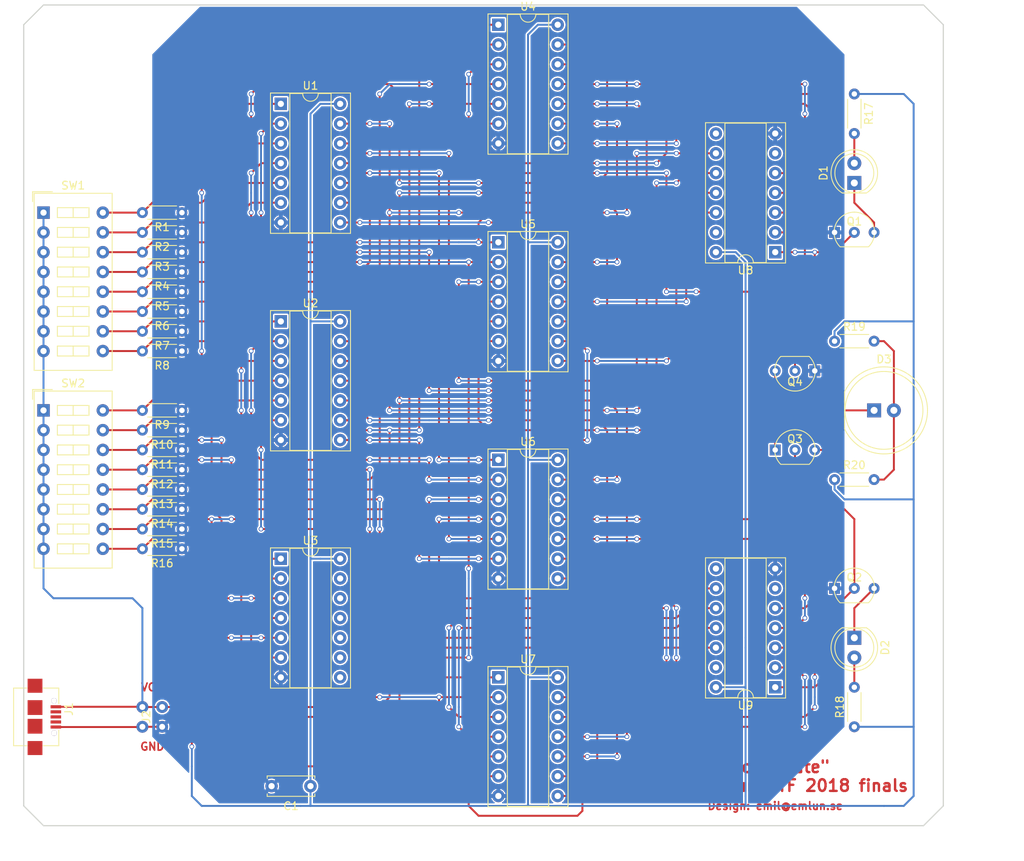
<source format=kicad_pcb>
(kicad_pcb (version 4) (host pcbnew 4.0.7)
  (layers (0 F.Cu signal) (31 B.Cu signal) (34 B.Paste user) (35 F.Paste user) (36 B.SilkS user) (37 F.SilkS user) (38 B.Mask user) (39 F.Mask user) (44 Edge.Cuts user))
  (net 0 "")
  (net 1 GND)
  (net 2 VCC)
  (net 3 "Net-(D1-Pad1)")
  (net 4 "Net-(D1-Pad2)")
  (net 5 "Net-(D2-Pad1)")
  (net 6 "Net-(D2-Pad2)")
  (net 7 "Net-(D3-Pad1)")
  (net 8 "Net-(D3-Pad2)")
  (net 9 "Net-(Q1-Pad2)")
  (net 10 "Net-(Q2-Pad2)")
  (net 11 /i0)
  (net 12 /i1)
  (net 13 /i2)
  (net 14 /i3)
  (net 15 /i4)
  (net 16 /i5)
  (net 17 /i6)
  (net 18 /i7)
  (net 19 /i8)
  (net 20 /i9)
  (net 21 /i10)
  (net 22 /i11)
  (net 23 /i12)
  (net 24 /i13)
  (net 25 /i14)
  (net 26 /i15)
  (net 27 /not_i3)
  (net 28 /not_i0)
  (net 29 /not_i4)
  (net 30 /not_i1)
  (net 31 /not_i5)
  (net 32 /not_i2)
  (net 33 /not_i10)
  (net 34 /not_i6)
  (net 35 /not_i11)
  (net 36 /not_i7)
  (net 37 /not_i12)
  (net 38 /not_i8)
  (net 39 "Net-(U3-Pad8)")
  (net 40 /not_i13)
  (net 41 "Net-(U3-Pad9)")
  (net 42 "Net-(U3-Pad10)")
  (net 43 /not_i14)
  (net 44 "Net-(U3-Pad11)")
  (net 45 "Net-(U3-Pad12)")
  (net 46 /not_i15)
  (net 47 "Net-(U3-Pad13)")
  (net 48 "Net-(U4-Pad8)")
  (net 49 "Net-(U4-Pad3)")
  (net 50 "Net-(U4-Pad11)")
  (net 51 "Net-(U4-Pad6)")
  (net 52 "Net-(U5-Pad8)")
  (net 53 "Net-(U5-Pad3)")
  (net 54 "Net-(U5-Pad11)")
  (net 55 "Net-(U5-Pad6)")
  (net 56 "Net-(U6-Pad10)")
  (net 57 "Net-(U6-Pad4)")
  (net 58 "Net-(U7-Pad10)")
  (net 59 "Net-(U7-Pad4)")
  (net 60 "Net-(Q3-Pad1)")
  (net 61 "Net-(U8-Pad13)")
  (net 62 "Net-(U9-Pad13)")
  (net 63 "Net-(U6-Pad3)")
  (net 64 "Net-(U6-Pad11)")
  (net 65 "Net-(U7-Pad3)")
  (net 66 "Net-(U7-Pad11)")
  (net 67 "Net-(J1-Pad6)")
  (net 68 "Net-(J1-Pad2)")
  (net 69 "Net-(J1-Pad3)")
  (net 70 "Net-(J1-Pad4)")
  (module Resistors_THT:R_Axial_DIN0204_L3.6mm_D1.6mm_P5.08mm_Horizontal (layer F.Cu) (at 55.88 101.6 180)
    (fp_text reference R14 (at 2.54 -1.86 180) (layer F.SilkS))
    (fp_text value R)
    (pad 1 thru_hole circle (at 0 0 180) (size 1.4 1.4) (drill 0.7) (layers *.Cu *.Mask) (net 1 GND))
    (pad 2 thru_hole oval (at 5.08 0 180) (size 1.4 1.4) (drill 0.7) (layers *.Cu *.Mask) (net 24 /i13))
  )
  (module Resistors_THT:R_Axial_DIN0204_L3.6mm_D1.6mm_P5.08mm_Horizontal (layer F.Cu) (at 55.88 71.12 180)
    (fp_text reference R4 (at 2.54 -1.86 180) (layer F.SilkS))
    (fp_text value R)
    (pad 1 thru_hole circle (at 0 0 180) (size 1.4 1.4) (drill 0.7) (layers *.Cu *.Mask) (net 1 GND))
    (pad 2 thru_hole oval (at 5.08 0 180) (size 1.4 1.4) (drill 0.7) (layers *.Cu *.Mask) (net 14 /i3))
  )
  (module LEDs:LED_D5.0mm (layer F.Cu) (at 142.24 118.11 270)
    (fp_text reference D2 (at 1.27 -3.96 270) (layer F.SilkS))
    (fp_text value LED)
    (pad 1 thru_hole rect (at 0 0 270) (size 1.8 1.8) (drill 0.9) (layers *.Cu *.Mask) (net 5 "Net-(D2-Pad1)"))
    (pad 2 thru_hole circle (at 2.54 0 270) (size 1.8 1.8) (drill 0.9) (layers *.Cu *.Mask) (net 6 "Net-(D2-Pad2)"))
  )
  (module Buttons_Switches_THT:SW_DIP_x8_W7.62mm_Slide (layer F.Cu) (at 38.1 63.5)
    (fp_text reference SW1 (at 3.81 -3.48) (layer F.SilkS))
    (fp_text value SW_DIP_x08)
    (pad 1 thru_hole rect (at 0 0) (size 1.6 1.6) (drill 0.8) (layers *.Cu *.Mask) (net 2 VCC))
    (pad 9 thru_hole oval (at 7.62 17.78) (size 1.6 1.6) (drill 0.8) (layers *.Cu *.Mask) (net 18 /i7))
    (pad 2 thru_hole oval (at 0 2.54) (size 1.6 1.6) (drill 0.8) (layers *.Cu *.Mask) (net 2 VCC))
    (pad 10 thru_hole oval (at 7.62 15.24) (size 1.6 1.6) (drill 0.8) (layers *.Cu *.Mask) (net 17 /i6))
    (pad 3 thru_hole oval (at 0 5.08) (size 1.6 1.6) (drill 0.8) (layers *.Cu *.Mask) (net 2 VCC))
    (pad 11 thru_hole oval (at 7.62 12.7) (size 1.6 1.6) (drill 0.8) (layers *.Cu *.Mask) (net 16 /i5))
    (pad 4 thru_hole oval (at 0 7.62) (size 1.6 1.6) (drill 0.8) (layers *.Cu *.Mask) (net 2 VCC))
    (pad 12 thru_hole oval (at 7.62 10.16) (size 1.6 1.6) (drill 0.8) (layers *.Cu *.Mask) (net 15 /i4))
    (pad 5 thru_hole oval (at 0 10.16) (size 1.6 1.6) (drill 0.8) (layers *.Cu *.Mask) (net 2 VCC))
    (pad 13 thru_hole oval (at 7.62 7.62) (size 1.6 1.6) (drill 0.8) (layers *.Cu *.Mask) (net 14 /i3))
    (pad 6 thru_hole oval (at 0 12.7) (size 1.6 1.6) (drill 0.8) (layers *.Cu *.Mask) (net 2 VCC))
    (pad 14 thru_hole oval (at 7.62 5.08) (size 1.6 1.6) (drill 0.8) (layers *.Cu *.Mask) (net 13 /i2))
    (pad 7 thru_hole oval (at 0 15.24) (size 1.6 1.6) (drill 0.8) (layers *.Cu *.Mask) (net 2 VCC))
    (pad 15 thru_hole oval (at 7.62 2.54) (size 1.6 1.6) (drill 0.8) (layers *.Cu *.Mask) (net 12 /i1))
    (pad 8 thru_hole oval (at 0 17.78) (size 1.6 1.6) (drill 0.8) (layers *.Cu *.Mask) (net 2 VCC))
    (pad 16 thru_hole oval (at 7.62 0) (size 1.6 1.6) (drill 0.8) (layers *.Cu *.Mask) (net 11 /i0))
  )
  (module Buttons_Switches_THT:SW_DIP_x8_W7.62mm_Slide (layer F.Cu) (at 38.1 88.9)
    (fp_text reference SW2 (at 3.81 -3.48) (layer F.SilkS))
    (fp_text value SW_DIP_x08)
    (pad 1 thru_hole rect (at 0 0) (size 1.6 1.6) (drill 0.8) (layers *.Cu *.Mask) (net 2 VCC))
    (pad 9 thru_hole oval (at 7.62 17.78) (size 1.6 1.6) (drill 0.8) (layers *.Cu *.Mask) (net 26 /i15))
    (pad 2 thru_hole oval (at 0 2.54) (size 1.6 1.6) (drill 0.8) (layers *.Cu *.Mask) (net 2 VCC))
    (pad 10 thru_hole oval (at 7.62 15.24) (size 1.6 1.6) (drill 0.8) (layers *.Cu *.Mask) (net 25 /i14))
    (pad 3 thru_hole oval (at 0 5.08) (size 1.6 1.6) (drill 0.8) (layers *.Cu *.Mask) (net 2 VCC))
    (pad 11 thru_hole oval (at 7.62 12.7) (size 1.6 1.6) (drill 0.8) (layers *.Cu *.Mask) (net 24 /i13))
    (pad 4 thru_hole oval (at 0 7.62) (size 1.6 1.6) (drill 0.8) (layers *.Cu *.Mask) (net 2 VCC))
    (pad 12 thru_hole oval (at 7.62 10.16) (size 1.6 1.6) (drill 0.8) (layers *.Cu *.Mask) (net 23 /i12))
    (pad 5 thru_hole oval (at 0 10.16) (size 1.6 1.6) (drill 0.8) (layers *.Cu *.Mask) (net 2 VCC))
    (pad 13 thru_hole oval (at 7.62 7.62) (size 1.6 1.6) (drill 0.8) (layers *.Cu *.Mask) (net 22 /i11))
    (pad 6 thru_hole oval (at 0 12.7) (size 1.6 1.6) (drill 0.8) (layers *.Cu *.Mask) (net 2 VCC))
    (pad 14 thru_hole oval (at 7.62 5.08) (size 1.6 1.6) (drill 0.8) (layers *.Cu *.Mask) (net 21 /i10))
    (pad 7 thru_hole oval (at 0 15.24) (size 1.6 1.6) (drill 0.8) (layers *.Cu *.Mask) (net 2 VCC))
    (pad 15 thru_hole oval (at 7.62 2.54) (size 1.6 1.6) (drill 0.8) (layers *.Cu *.Mask) (net 20 /i9))
    (pad 8 thru_hole oval (at 0 17.78) (size 1.6 1.6) (drill 0.8) (layers *.Cu *.Mask) (net 2 VCC))
    (pad 16 thru_hole oval (at 7.62 0) (size 1.6 1.6) (drill 0.8) (layers *.Cu *.Mask) (net 19 /i8))
  )
  (module Housings_DIP:DIP-14_W7.62mm_Socket (layer F.Cu) (at 68.58 49.53)
    (fp_text reference U1 (at 3.81 -2.33) (layer F.SilkS))
    (fp_text value 74HC04)
    (pad 1 thru_hole rect (at 0 0) (size 1.6 1.6) (drill 0.8) (layers *.Cu *.Mask) (net 11 /i0))
    (pad 8 thru_hole oval (at 7.62 15.24) (size 1.6 1.6) (drill 0.8) (layers *.Cu *.Mask) (net 27 /not_i3))
    (pad 2 thru_hole oval (at 0 2.54) (size 1.6 1.6) (drill 0.8) (layers *.Cu *.Mask) (net 28 /not_i0))
    (pad 9 thru_hole oval (at 7.62 12.7) (size 1.6 1.6) (drill 0.8) (layers *.Cu *.Mask) (net 14 /i3))
    (pad 3 thru_hole oval (at 0 5.08) (size 1.6 1.6) (drill 0.8) (layers *.Cu *.Mask) (net 12 /i1))
    (pad 10 thru_hole oval (at 7.62 10.16) (size 1.6 1.6) (drill 0.8) (layers *.Cu *.Mask) (net 29 /not_i4))
    (pad 4 thru_hole oval (at 0 7.62) (size 1.6 1.6) (drill 0.8) (layers *.Cu *.Mask) (net 30 /not_i1))
    (pad 11 thru_hole oval (at 7.62 7.62) (size 1.6 1.6) (drill 0.8) (layers *.Cu *.Mask) (net 15 /i4))
    (pad 5 thru_hole oval (at 0 10.16) (size 1.6 1.6) (drill 0.8) (layers *.Cu *.Mask) (net 13 /i2))
    (pad 12 thru_hole oval (at 7.62 5.08) (size 1.6 1.6) (drill 0.8) (layers *.Cu *.Mask) (net 31 /not_i5))
    (pad 6 thru_hole oval (at 0 12.7) (size 1.6 1.6) (drill 0.8) (layers *.Cu *.Mask) (net 32 /not_i2))
    (pad 13 thru_hole oval (at 7.62 2.54) (size 1.6 1.6) (drill 0.8) (layers *.Cu *.Mask) (net 16 /i5))
    (pad 7 thru_hole oval (at 0 15.24) (size 1.6 1.6) (drill 0.8) (layers *.Cu *.Mask) (net 1 GND))
    (pad 14 thru_hole oval (at 7.62 0) (size 1.6 1.6) (drill 0.8) (layers *.Cu *.Mask) (net 2 VCC))
  )
  (module Housings_DIP:DIP-14_W7.62mm_Socket (layer F.Cu) (at 68.58 77.47)
    (fp_text reference U2 (at 3.81 -2.33) (layer F.SilkS))
    (fp_text value 74HC04)
    (pad 1 thru_hole rect (at 0 0) (size 1.6 1.6) (drill 0.8) (layers *.Cu *.Mask) (net 17 /i6))
    (pad 8 thru_hole oval (at 7.62 15.24) (size 1.6 1.6) (drill 0.8) (layers *.Cu *.Mask) (net 33 /not_i10))
    (pad 2 thru_hole oval (at 0 2.54) (size 1.6 1.6) (drill 0.8) (layers *.Cu *.Mask) (net 34 /not_i6))
    (pad 9 thru_hole oval (at 7.62 12.7) (size 1.6 1.6) (drill 0.8) (layers *.Cu *.Mask) (net 21 /i10))
    (pad 3 thru_hole oval (at 0 5.08) (size 1.6 1.6) (drill 0.8) (layers *.Cu *.Mask) (net 18 /i7))
    (pad 10 thru_hole oval (at 7.62 10.16) (size 1.6 1.6) (drill 0.8) (layers *.Cu *.Mask) (net 35 /not_i11))
    (pad 4 thru_hole oval (at 0 7.62) (size 1.6 1.6) (drill 0.8) (layers *.Cu *.Mask) (net 36 /not_i7))
    (pad 11 thru_hole oval (at 7.62 7.62) (size 1.6 1.6) (drill 0.8) (layers *.Cu *.Mask) (net 22 /i11))
    (pad 5 thru_hole oval (at 0 10.16) (size 1.6 1.6) (drill 0.8) (layers *.Cu *.Mask) (net 19 /i8))
    (pad 12 thru_hole oval (at 7.62 5.08) (size 1.6 1.6) (drill 0.8) (layers *.Cu *.Mask) (net 37 /not_i12))
    (pad 6 thru_hole oval (at 0 12.7) (size 1.6 1.6) (drill 0.8) (layers *.Cu *.Mask) (net 38 /not_i8))
    (pad 13 thru_hole oval (at 7.62 2.54) (size 1.6 1.6) (drill 0.8) (layers *.Cu *.Mask) (net 23 /i12))
    (pad 7 thru_hole oval (at 0 15.24) (size 1.6 1.6) (drill 0.8) (layers *.Cu *.Mask) (net 1 GND))
    (pad 14 thru_hole oval (at 7.62 0) (size 1.6 1.6) (drill 0.8) (layers *.Cu *.Mask) (net 2 VCC))
  )
  (module Housings_DIP:DIP-14_W7.62mm_Socket (layer F.Cu) (at 68.58 107.95)
    (fp_text reference U3 (at 3.81 -2.33) (layer F.SilkS))
    (fp_text value 74HC04)
    (pad 1 thru_hole rect (at 0 0) (size 1.6 1.6) (drill 0.8) (layers *.Cu *.Mask) (net 24 /i13))
    (pad 8 thru_hole oval (at 7.62 15.24) (size 1.6 1.6) (drill 0.8) (layers *.Cu *.Mask) (net 39 "Net-(U3-Pad8)"))
    (pad 2 thru_hole oval (at 0 2.54) (size 1.6 1.6) (drill 0.8) (layers *.Cu *.Mask) (net 40 /not_i13))
    (pad 9 thru_hole oval (at 7.62 12.7) (size 1.6 1.6) (drill 0.8) (layers *.Cu *.Mask) (net 41 "Net-(U3-Pad9)"))
    (pad 3 thru_hole oval (at 0 5.08) (size 1.6 1.6) (drill 0.8) (layers *.Cu *.Mask) (net 25 /i14))
    (pad 10 thru_hole oval (at 7.62 10.16) (size 1.6 1.6) (drill 0.8) (layers *.Cu *.Mask) (net 42 "Net-(U3-Pad10)"))
    (pad 4 thru_hole oval (at 0 7.62) (size 1.6 1.6) (drill 0.8) (layers *.Cu *.Mask) (net 43 /not_i14))
    (pad 11 thru_hole oval (at 7.62 7.62) (size 1.6 1.6) (drill 0.8) (layers *.Cu *.Mask) (net 44 "Net-(U3-Pad11)"))
    (pad 5 thru_hole oval (at 0 10.16) (size 1.6 1.6) (drill 0.8) (layers *.Cu *.Mask) (net 26 /i15))
    (pad 12 thru_hole oval (at 7.62 5.08) (size 1.6 1.6) (drill 0.8) (layers *.Cu *.Mask) (net 45 "Net-(U3-Pad12)"))
    (pad 6 thru_hole oval (at 0 12.7) (size 1.6 1.6) (drill 0.8) (layers *.Cu *.Mask) (net 46 /not_i15))
    (pad 13 thru_hole oval (at 7.62 2.54) (size 1.6 1.6) (drill 0.8) (layers *.Cu *.Mask) (net 47 "Net-(U3-Pad13)"))
    (pad 7 thru_hole oval (at 0 15.24) (size 1.6 1.6) (drill 0.8) (layers *.Cu *.Mask) (net 1 GND))
    (pad 14 thru_hole oval (at 7.62 0) (size 1.6 1.6) (drill 0.8) (layers *.Cu *.Mask) (net 2 VCC))
  )
  (module Housings_DIP:DIP-14_W7.62mm_Socket (layer F.Cu) (at 96.52 39.37)
    (fp_text reference U4 (at 3.81 -2.33) (layer F.SilkS))
    (fp_text value 74LS08)
    (pad 1 thru_hole rect (at 0 0) (size 1.6 1.6) (drill 0.8) (layers *.Cu *.Mask) (net 36 /not_i7))
    (pad 8 thru_hole oval (at 7.62 15.24) (size 1.6 1.6) (drill 0.8) (layers *.Cu *.Mask) (net 48 "Net-(U4-Pad8)"))
    (pad 2 thru_hole oval (at 0 2.54) (size 1.6 1.6) (drill 0.8) (layers *.Cu *.Mask) (net 21 /i10))
    (pad 9 thru_hole oval (at 7.62 12.7) (size 1.6 1.6) (drill 0.8) (layers *.Cu *.Mask) (net 17 /i6))
    (pad 3 thru_hole oval (at 0 5.08) (size 1.6 1.6) (drill 0.8) (layers *.Cu *.Mask) (net 49 "Net-(U4-Pad3)"))
    (pad 10 thru_hole oval (at 7.62 10.16) (size 1.6 1.6) (drill 0.8) (layers *.Cu *.Mask) (net 37 /not_i12))
    (pad 4 thru_hole oval (at 0 7.62) (size 1.6 1.6) (drill 0.8) (layers *.Cu *.Mask) (net 15 /i4))
    (pad 11 thru_hole oval (at 7.62 7.62) (size 1.6 1.6) (drill 0.8) (layers *.Cu *.Mask) (net 50 "Net-(U4-Pad11)"))
    (pad 5 thru_hole oval (at 0 10.16) (size 1.6 1.6) (drill 0.8) (layers *.Cu *.Mask) (net 25 /i14))
    (pad 12 thru_hole oval (at 7.62 5.08) (size 1.6 1.6) (drill 0.8) (layers *.Cu *.Mask) (net 12 /i1))
    (pad 6 thru_hole oval (at 0 12.7) (size 1.6 1.6) (drill 0.8) (layers *.Cu *.Mask) (net 51 "Net-(U4-Pad6)"))
    (pad 13 thru_hole oval (at 7.62 2.54) (size 1.6 1.6) (drill 0.8) (layers *.Cu *.Mask) (net 28 /not_i0))
    (pad 7 thru_hole oval (at 0 15.24) (size 1.6 1.6) (drill 0.8) (layers *.Cu *.Mask) (net 1 GND))
    (pad 14 thru_hole oval (at 7.62 0) (size 1.6 1.6) (drill 0.8) (layers *.Cu *.Mask) (net 2 VCC))
  )
  (module Housings_DIP:DIP-14_W7.62mm_Socket (layer F.Cu) (at 96.52 67.31)
    (fp_text reference U5 (at 3.81 -2.33) (layer F.SilkS))
    (fp_text value 74LS08)
    (pad 1 thru_hole rect (at 0 0) (size 1.6 1.6) (drill 0.8) (layers *.Cu *.Mask) (net 28 /not_i0))
    (pad 8 thru_hole oval (at 7.62 15.24) (size 1.6 1.6) (drill 0.8) (layers *.Cu *.Mask) (net 52 "Net-(U5-Pad8)"))
    (pad 2 thru_hole oval (at 0 2.54) (size 1.6 1.6) (drill 0.8) (layers *.Cu *.Mask) (net 32 /not_i2))
    (pad 9 thru_hole oval (at 7.62 12.7) (size 1.6 1.6) (drill 0.8) (layers *.Cu *.Mask) (net 46 /not_i15))
    (pad 3 thru_hole oval (at 0 5.08) (size 1.6 1.6) (drill 0.8) (layers *.Cu *.Mask) (net 53 "Net-(U5-Pad3)"))
    (pad 10 thru_hole oval (at 7.62 10.16) (size 1.6 1.6) (drill 0.8) (layers *.Cu *.Mask) (net 27 /not_i3))
    (pad 4 thru_hole oval (at 0 7.62) (size 1.6 1.6) (drill 0.8) (layers *.Cu *.Mask) (net 32 /not_i2))
    (pad 11 thru_hole oval (at 7.62 7.62) (size 1.6 1.6) (drill 0.8) (layers *.Cu *.Mask) (net 54 "Net-(U5-Pad11)"))
    (pad 5 thru_hole oval (at 0 10.16) (size 1.6 1.6) (drill 0.8) (layers *.Cu *.Mask) (net 46 /not_i15))
    (pad 12 thru_hole oval (at 7.62 5.08) (size 1.6 1.6) (drill 0.8) (layers *.Cu *.Mask) (net 27 /not_i3))
    (pad 6 thru_hole oval (at 0 12.7) (size 1.6 1.6) (drill 0.8) (layers *.Cu *.Mask) (net 55 "Net-(U5-Pad6)"))
    (pad 13 thru_hole oval (at 7.62 2.54) (size 1.6 1.6) (drill 0.8) (layers *.Cu *.Mask) (net 16 /i5))
    (pad 7 thru_hole oval (at 0 15.24) (size 1.6 1.6) (drill 0.8) (layers *.Cu *.Mask) (net 1 GND))
    (pad 14 thru_hole oval (at 7.62 0) (size 1.6 1.6) (drill 0.8) (layers *.Cu *.Mask) (net 2 VCC))
  )
  (module Housings_DIP:DIP-14_W7.62mm_Socket (layer F.Cu) (at 96.52 95.25)
    (fp_text reference U6 (at 3.81 -2.33) (layer F.SilkS))
    (fp_text value 4001)
    (pad 1 thru_hole rect (at 0 0) (size 1.6 1.6) (drill 0.8) (layers *.Cu *.Mask) (net 29 /not_i4))
    (pad 8 thru_hole oval (at 7.62 15.24) (size 1.6 1.6) (drill 0.8) (layers *.Cu *.Mask) (net 30 /not_i1))
    (pad 2 thru_hole oval (at 0 2.54) (size 1.6 1.6) (drill 0.8) (layers *.Cu *.Mask) (net 34 /not_i6))
    (pad 9 thru_hole oval (at 7.62 12.7) (size 1.6 1.6) (drill 0.8) (layers *.Cu *.Mask) (net 35 /not_i11))
    (pad 3 thru_hole oval (at 0 5.08) (size 1.6 1.6) (drill 0.8) (layers *.Cu *.Mask) (net 63 "Net-(U6-Pad3)"))
    (pad 10 thru_hole oval (at 7.62 10.16) (size 1.6 1.6) (drill 0.8) (layers *.Cu *.Mask) (net 56 "Net-(U6-Pad10)"))
    (pad 4 thru_hole oval (at 0 7.62) (size 1.6 1.6) (drill 0.8) (layers *.Cu *.Mask) (net 57 "Net-(U6-Pad4)"))
    (pad 11 thru_hole oval (at 7.62 7.62) (size 1.6 1.6) (drill 0.8) (layers *.Cu *.Mask) (net 64 "Net-(U6-Pad11)"))
    (pad 5 thru_hole oval (at 0 10.16) (size 1.6 1.6) (drill 0.8) (layers *.Cu *.Mask) (net 31 /not_i5))
    (pad 12 thru_hole oval (at 7.62 5.08) (size 1.6 1.6) (drill 0.8) (layers *.Cu *.Mask) (net 35 /not_i11))
    (pad 6 thru_hole oval (at 0 12.7) (size 1.6 1.6) (drill 0.8) (layers *.Cu *.Mask) (net 33 /not_i10))
    (pad 13 thru_hole oval (at 7.62 2.54) (size 1.6 1.6) (drill 0.8) (layers *.Cu *.Mask) (net 23 /i12))
    (pad 7 thru_hole oval (at 0 15.24) (size 1.6 1.6) (drill 0.8) (layers *.Cu *.Mask) (net 1 GND))
    (pad 14 thru_hole oval (at 7.62 0) (size 1.6 1.6) (drill 0.8) (layers *.Cu *.Mask) (net 2 VCC))
  )
  (module Housings_DIP:DIP-14_W7.62mm_Socket (layer F.Cu) (at 96.52 123.19)
    (fp_text reference U7 (at 3.81 -2.33) (layer F.SilkS))
    (fp_text value 4001)
    (pad 1 thru_hole rect (at 0 0) (size 1.6 1.6) (drill 0.8) (layers *.Cu *.Mask) (net 43 /not_i14))
    (pad 8 thru_hole oval (at 7.62 15.24) (size 1.6 1.6) (drill 0.8) (layers *.Cu *.Mask) (net 40 /not_i13))
    (pad 2 thru_hole oval (at 0 2.54) (size 1.6 1.6) (drill 0.8) (layers *.Cu *.Mask) (net 38 /not_i8))
    (pad 9 thru_hole oval (at 7.62 12.7) (size 1.6 1.6) (drill 0.8) (layers *.Cu *.Mask) (net 20 /i9))
    (pad 3 thru_hole oval (at 0 5.08) (size 1.6 1.6) (drill 0.8) (layers *.Cu *.Mask) (net 65 "Net-(U7-Pad3)"))
    (pad 10 thru_hole oval (at 7.62 10.16) (size 1.6 1.6) (drill 0.8) (layers *.Cu *.Mask) (net 58 "Net-(U7-Pad10)"))
    (pad 4 thru_hole oval (at 0 7.62) (size 1.6 1.6) (drill 0.8) (layers *.Cu *.Mask) (net 59 "Net-(U7-Pad4)"))
    (pad 11 thru_hole oval (at 7.62 7.62) (size 1.6 1.6) (drill 0.8) (layers *.Cu *.Mask) (net 66 "Net-(U7-Pad11)"))
    (pad 5 thru_hole oval (at 0 10.16) (size 1.6 1.6) (drill 0.8) (layers *.Cu *.Mask) (net 38 /not_i8))
    (pad 12 thru_hole oval (at 7.62 5.08) (size 1.6 1.6) (drill 0.8) (layers *.Cu *.Mask) (net 20 /i9))
    (pad 6 thru_hole oval (at 0 12.7) (size 1.6 1.6) (drill 0.8) (layers *.Cu *.Mask) (net 40 /not_i13))
    (pad 13 thru_hole oval (at 7.62 2.54) (size 1.6 1.6) (drill 0.8) (layers *.Cu *.Mask) (net 18 /i7))
    (pad 7 thru_hole oval (at 0 15.24) (size 1.6 1.6) (drill 0.8) (layers *.Cu *.Mask) (net 1 GND))
    (pad 14 thru_hole oval (at 7.62 0) (size 1.6 1.6) (drill 0.8) (layers *.Cu *.Mask) (net 2 VCC))
  )
  (module Housings_DIP:DIP-14_W7.62mm_Socket (layer F.Cu) (at 132.08 68.58 180)
    (fp_text reference U8 (at 3.81 -2.33 180) (layer F.SilkS))
    (fp_text value 4068B_8_AND)
    (pad 1 thru_hole rect (at 0 0 180) (size 1.6 1.6) (drill 0.8) (layers *.Cu *.Mask) (net 9 "Net-(Q1-Pad2)"))
    (pad 8 thru_hole oval (at 7.62 15.24 180) (size 1.6 1.6) (drill 0.8) (layers *.Cu *.Mask))
    (pad 2 thru_hole oval (at 0 2.54 180) (size 1.6 1.6) (drill 0.8) (layers *.Cu *.Mask) (net 49 "Net-(U4-Pad3)"))
    (pad 9 thru_hole oval (at 7.62 12.7 180) (size 1.6 1.6) (drill 0.8) (layers *.Cu *.Mask) (net 53 "Net-(U5-Pad3)"))
    (pad 3 thru_hole oval (at 0 5.08 180) (size 1.6 1.6) (drill 0.8) (layers *.Cu *.Mask) (net 51 "Net-(U4-Pad6)"))
    (pad 10 thru_hole oval (at 7.62 10.16 180) (size 1.6 1.6) (drill 0.8) (layers *.Cu *.Mask) (net 55 "Net-(U5-Pad6)"))
    (pad 4 thru_hole oval (at 0 7.62 180) (size 1.6 1.6) (drill 0.8) (layers *.Cu *.Mask) (net 48 "Net-(U4-Pad8)"))
    (pad 11 thru_hole oval (at 7.62 7.62 180) (size 1.6 1.6) (drill 0.8) (layers *.Cu *.Mask) (net 52 "Net-(U5-Pad8)"))
    (pad 5 thru_hole oval (at 0 10.16 180) (size 1.6 1.6) (drill 0.8) (layers *.Cu *.Mask) (net 50 "Net-(U4-Pad11)"))
    (pad 12 thru_hole oval (at 7.62 5.08 180) (size 1.6 1.6) (drill 0.8) (layers *.Cu *.Mask) (net 54 "Net-(U5-Pad11)"))
    (pad 6 thru_hole oval (at 0 12.7 180) (size 1.6 1.6) (drill 0.8) (layers *.Cu *.Mask))
    (pad 13 thru_hole oval (at 7.62 2.54 180) (size 1.6 1.6) (drill 0.8) (layers *.Cu *.Mask) (net 61 "Net-(U8-Pad13)"))
    (pad 7 thru_hole oval (at 0 15.24 180) (size 1.6 1.6) (drill 0.8) (layers *.Cu *.Mask) (net 1 GND))
    (pad 14 thru_hole oval (at 7.62 0 180) (size 1.6 1.6) (drill 0.8) (layers *.Cu *.Mask) (net 2 VCC))
  )
  (module Housings_DIP:DIP-14_W7.62mm_Socket (layer F.Cu) (at 132.08 124.46 180)
    (fp_text reference U9 (at 3.81 -2.33 180) (layer F.SilkS))
    (fp_text value 4068B_8_AND)
    (pad 1 thru_hole rect (at 0 0 180) (size 1.6 1.6) (drill 0.8) (layers *.Cu *.Mask) (net 10 "Net-(Q2-Pad2)"))
    (pad 8 thru_hole oval (at 7.62 15.24 180) (size 1.6 1.6) (drill 0.8) (layers *.Cu *.Mask))
    (pad 2 thru_hole oval (at 0 2.54 180) (size 1.6 1.6) (drill 0.8) (layers *.Cu *.Mask) (net 63 "Net-(U6-Pad3)"))
    (pad 9 thru_hole oval (at 7.62 12.7 180) (size 1.6 1.6) (drill 0.8) (layers *.Cu *.Mask) (net 65 "Net-(U7-Pad3)"))
    (pad 3 thru_hole oval (at 0 5.08 180) (size 1.6 1.6) (drill 0.8) (layers *.Cu *.Mask) (net 57 "Net-(U6-Pad4)"))
    (pad 10 thru_hole oval (at 7.62 10.16 180) (size 1.6 1.6) (drill 0.8) (layers *.Cu *.Mask) (net 59 "Net-(U7-Pad4)"))
    (pad 4 thru_hole oval (at 0 7.62 180) (size 1.6 1.6) (drill 0.8) (layers *.Cu *.Mask) (net 56 "Net-(U6-Pad10)"))
    (pad 11 thru_hole oval (at 7.62 7.62 180) (size 1.6 1.6) (drill 0.8) (layers *.Cu *.Mask) (net 58 "Net-(U7-Pad10)"))
    (pad 5 thru_hole oval (at 0 10.16 180) (size 1.6 1.6) (drill 0.8) (layers *.Cu *.Mask) (net 64 "Net-(U6-Pad11)"))
    (pad 12 thru_hole oval (at 7.62 5.08 180) (size 1.6 1.6) (drill 0.8) (layers *.Cu *.Mask) (net 66 "Net-(U7-Pad11)"))
    (pad 6 thru_hole oval (at 0 12.7 180) (size 1.6 1.6) (drill 0.8) (layers *.Cu *.Mask))
    (pad 13 thru_hole oval (at 7.62 2.54 180) (size 1.6 1.6) (drill 0.8) (layers *.Cu *.Mask) (net 62 "Net-(U9-Pad13)"))
    (pad 7 thru_hole oval (at 0 15.24 180) (size 1.6 1.6) (drill 0.8) (layers *.Cu *.Mask) (net 1 GND))
    (pad 14 thru_hole oval (at 7.62 0 180) (size 1.6 1.6) (drill 0.8) (layers *.Cu *.Mask) (net 2 VCC))
  )
  (module electrokit:TO-92_Molded_Wide_Inline (layer F.Cu) (at 142.24 66.04)
    (fp_text reference Q1 (at 0 -1.401) (layer F.SilkS))
    (fp_text value 2N7000 hide)
    (pad 2 thru_hole circle (at 0 0 90) (size 1.4 1.4) (drill 0.7) (layers *.Cu *.Mask) (net 9 "Net-(Q1-Pad2)"))
    (pad 3 thru_hole circle (at 2.54 0 90) (size 1.4 1.4) (drill 0.7) (layers *.Cu *.Mask) (net 3 "Net-(D1-Pad1)"))
    (pad 1 thru_hole rect (at -2.54 0 90) (size 1.4 1.4) (drill 0.7) (layers *.Cu *.Mask) (net 1 GND))
  )
  (module electrokit:TO-92_Molded_Wide_Inline (layer F.Cu) (at 142.24 111.76)
    (fp_text reference Q2 (at 0 -1.401) (layer F.SilkS))
    (fp_text value 2N7000 hide)
    (pad 2 thru_hole circle (at 0 0 90) (size 1.4 1.4) (drill 0.7) (layers *.Cu *.Mask) (net 10 "Net-(Q2-Pad2)"))
    (pad 3 thru_hole circle (at 2.54 0 90) (size 1.4 1.4) (drill 0.7) (layers *.Cu *.Mask) (net 5 "Net-(D2-Pad1)"))
    (pad 1 thru_hole rect (at -2.54 0 90) (size 1.4 1.4) (drill 0.7) (layers *.Cu *.Mask) (net 1 GND))
  )
  (module electrokit:TO-92_Molded_Wide_Inline (layer F.Cu) (at 134.62 93.98)
    (fp_text reference Q3 (at 0 -1.401) (layer F.SilkS))
    (fp_text value 2N7000 hide)
    (pad 2 thru_hole circle (at 0 0 90) (size 1.4 1.4) (drill 0.7) (layers *.Cu *.Mask) (net 10 "Net-(Q2-Pad2)"))
    (pad 3 thru_hole circle (at 2.54 0 90) (size 1.4 1.4) (drill 0.7) (layers *.Cu *.Mask) (net 7 "Net-(D3-Pad1)"))
    (pad 1 thru_hole rect (at -2.54 0 90) (size 1.4 1.4) (drill 0.7) (layers *.Cu *.Mask) (net 60 "Net-(Q3-Pad1)"))
  )
  (module electrokit:TO-92_Molded_Wide_Inline (layer F.Cu) (at 134.62 83.82 180)
    (fp_text reference Q4 (at 0 -1.401 180) (layer F.SilkS))
    (fp_text value 2N7000 hide)
    (pad 2 thru_hole circle (at 0 0 270) (size 1.4 1.4) (drill 0.7) (layers *.Cu *.Mask) (net 9 "Net-(Q1-Pad2)"))
    (pad 3 thru_hole circle (at 2.54 0 270) (size 1.4 1.4) (drill 0.7) (layers *.Cu *.Mask) (net 60 "Net-(Q3-Pad1)"))
    (pad 1 thru_hole rect (at -2.54 0 270) (size 1.4 1.4) (drill 0.7) (layers *.Cu *.Mask) (net 1 GND))
  )
  (module LEDs:LED_D5.0mm (layer F.Cu) (at 142.24 59.69 90)
    (fp_text reference D1 (at 1.27 -3.96 90) (layer F.SilkS))
    (fp_text value LED)
    (pad 1 thru_hole rect (at 0 0 90) (size 1.8 1.8) (drill 0.9) (layers *.Cu *.Mask) (net 3 "Net-(D1-Pad1)"))
    (pad 2 thru_hole circle (at 2.54 0 90) (size 1.8 1.8) (drill 0.9) (layers *.Cu *.Mask) (net 4 "Net-(D1-Pad2)"))
  )
  (module LEDs:LED_D10.0mm (layer F.Cu) (at 144.78 88.9)
    (fp_text reference D3 (at 1.27 -6.56) (layer F.SilkS))
    (fp_text value LED)
    (pad 1 thru_hole rect (at 0 0) (size 1.8 1.8) (drill 0.9) (layers *.Cu *.Mask) (net 7 "Net-(D3-Pad1)"))
    (pad 2 thru_hole circle (at 2.54 0) (size 1.8 1.8) (drill 0.9) (layers *.Cu *.Mask) (net 8 "Net-(D3-Pad2)"))
  )
  (module Resistors_THT:R_Axial_DIN0204_L3.6mm_D1.6mm_P5.08mm_Horizontal (layer F.Cu) (at 55.88 63.5 180)
    (fp_text reference R1 (at 2.54 -1.86 180) (layer F.SilkS))
    (fp_text value R)
    (pad 1 thru_hole circle (at 0 0 180) (size 1.4 1.4) (drill 0.7) (layers *.Cu *.Mask) (net 1 GND))
    (pad 2 thru_hole oval (at 5.08 0 180) (size 1.4 1.4) (drill 0.7) (layers *.Cu *.Mask) (net 11 /i0))
  )
  (module Resistors_THT:R_Axial_DIN0204_L3.6mm_D1.6mm_P5.08mm_Horizontal (layer F.Cu) (at 55.88 66.04 180)
    (fp_text reference R2 (at 2.54 -1.86 180) (layer F.SilkS))
    (fp_text value R)
    (pad 1 thru_hole circle (at 0 0 180) (size 1.4 1.4) (drill 0.7) (layers *.Cu *.Mask) (net 1 GND))
    (pad 2 thru_hole oval (at 5.08 0 180) (size 1.4 1.4) (drill 0.7) (layers *.Cu *.Mask) (net 12 /i1))
  )
  (module Resistors_THT:R_Axial_DIN0204_L3.6mm_D1.6mm_P5.08mm_Horizontal (layer F.Cu) (at 55.88 68.58 180)
    (fp_text reference R3 (at 2.54 -1.86 180) (layer F.SilkS))
    (fp_text value R)
    (pad 1 thru_hole circle (at 0 0 180) (size 1.4 1.4) (drill 0.7) (layers *.Cu *.Mask) (net 1 GND))
    (pad 2 thru_hole oval (at 5.08 0 180) (size 1.4 1.4) (drill 0.7) (layers *.Cu *.Mask) (net 13 /i2))
  )
  (module Resistors_THT:R_Axial_DIN0204_L3.6mm_D1.6mm_P5.08mm_Horizontal (layer F.Cu) (at 55.88 73.66 180)
    (fp_text reference R5 (at 2.54 -1.86 180) (layer F.SilkS))
    (fp_text value R)
    (pad 1 thru_hole circle (at 0 0 180) (size 1.4 1.4) (drill 0.7) (layers *.Cu *.Mask) (net 1 GND))
    (pad 2 thru_hole oval (at 5.08 0 180) (size 1.4 1.4) (drill 0.7) (layers *.Cu *.Mask) (net 15 /i4))
  )
  (module Resistors_THT:R_Axial_DIN0204_L3.6mm_D1.6mm_P5.08mm_Horizontal (layer F.Cu) (at 55.88 76.2 180)
    (fp_text reference R6 (at 2.54 -1.86 180) (layer F.SilkS))
    (fp_text value R)
    (pad 1 thru_hole circle (at 0 0 180) (size 1.4 1.4) (drill 0.7) (layers *.Cu *.Mask) (net 1 GND))
    (pad 2 thru_hole oval (at 5.08 0 180) (size 1.4 1.4) (drill 0.7) (layers *.Cu *.Mask) (net 16 /i5))
  )
  (module Resistors_THT:R_Axial_DIN0204_L3.6mm_D1.6mm_P5.08mm_Horizontal (layer F.Cu) (at 55.88 78.74 180)
    (fp_text reference R7 (at 2.54 -1.86 180) (layer F.SilkS))
    (fp_text value R)
    (pad 1 thru_hole circle (at 0 0 180) (size 1.4 1.4) (drill 0.7) (layers *.Cu *.Mask) (net 1 GND))
    (pad 2 thru_hole oval (at 5.08 0 180) (size 1.4 1.4) (drill 0.7) (layers *.Cu *.Mask) (net 17 /i6))
  )
  (module Resistors_THT:R_Axial_DIN0204_L3.6mm_D1.6mm_P5.08mm_Horizontal (layer F.Cu) (at 55.88 81.28 180)
    (fp_text reference R8 (at 2.54 -1.86 180) (layer F.SilkS))
    (fp_text value R)
    (pad 1 thru_hole circle (at 0 0 180) (size 1.4 1.4) (drill 0.7) (layers *.Cu *.Mask) (net 1 GND))
    (pad 2 thru_hole oval (at 5.08 0 180) (size 1.4 1.4) (drill 0.7) (layers *.Cu *.Mask) (net 18 /i7))
  )
  (module Resistors_THT:R_Axial_DIN0204_L3.6mm_D1.6mm_P5.08mm_Horizontal (layer F.Cu) (at 55.88 88.9 180)
    (fp_text reference R9 (at 2.54 -1.86 180) (layer F.SilkS))
    (fp_text value R)
    (pad 1 thru_hole circle (at 0 0 180) (size 1.4 1.4) (drill 0.7) (layers *.Cu *.Mask) (net 1 GND))
    (pad 2 thru_hole oval (at 5.08 0 180) (size 1.4 1.4) (drill 0.7) (layers *.Cu *.Mask) (net 19 /i8))
  )
  (module Resistors_THT:R_Axial_DIN0204_L3.6mm_D1.6mm_P5.08mm_Horizontal (layer F.Cu) (at 55.88 91.44 180)
    (fp_text reference R10 (at 2.54 -1.86 180) (layer F.SilkS))
    (fp_text value R)
    (pad 1 thru_hole circle (at 0 0 180) (size 1.4 1.4) (drill 0.7) (layers *.Cu *.Mask) (net 1 GND))
    (pad 2 thru_hole oval (at 5.08 0 180) (size 1.4 1.4) (drill 0.7) (layers *.Cu *.Mask) (net 20 /i9))
  )
  (module Resistors_THT:R_Axial_DIN0204_L3.6mm_D1.6mm_P5.08mm_Horizontal (layer F.Cu) (at 55.88 93.98 180)
    (fp_text reference R11 (at 2.54 -1.86 180) (layer F.SilkS))
    (fp_text value R)
    (pad 1 thru_hole circle (at 0 0 180) (size 1.4 1.4) (drill 0.7) (layers *.Cu *.Mask) (net 1 GND))
    (pad 2 thru_hole oval (at 5.08 0 180) (size 1.4 1.4) (drill 0.7) (layers *.Cu *.Mask) (net 21 /i10))
  )
  (module Resistors_THT:R_Axial_DIN0204_L3.6mm_D1.6mm_P5.08mm_Horizontal (layer F.Cu) (at 55.88 96.52 180)
    (fp_text reference R12 (at 2.54 -1.86 180) (layer F.SilkS))
    (fp_text value R)
    (pad 1 thru_hole circle (at 0 0 180) (size 1.4 1.4) (drill 0.7) (layers *.Cu *.Mask) (net 1 GND))
    (pad 2 thru_hole oval (at 5.08 0 180) (size 1.4 1.4) (drill 0.7) (layers *.Cu *.Mask) (net 22 /i11))
  )
  (module Resistors_THT:R_Axial_DIN0204_L3.6mm_D1.6mm_P5.08mm_Horizontal (layer F.Cu) (at 55.88 99.06 180)
    (fp_text reference R13 (at 2.54 -1.86 180) (layer F.SilkS))
    (fp_text value R)
    (pad 1 thru_hole circle (at 0 0 180) (size 1.4 1.4) (drill 0.7) (layers *.Cu *.Mask) (net 1 GND))
    (pad 2 thru_hole oval (at 5.08 0 180) (size 1.4 1.4) (drill 0.7) (layers *.Cu *.Mask) (net 23 /i12))
  )
  (module Resistors_THT:R_Axial_DIN0204_L3.6mm_D1.6mm_P5.08mm_Horizontal (layer F.Cu) (at 55.88 104.14 180)
    (fp_text reference R15 (at 2.54 -1.86 180) (layer F.SilkS))
    (fp_text value R)
    (pad 1 thru_hole circle (at 0 0 180) (size 1.4 1.4) (drill 0.7) (layers *.Cu *.Mask) (net 1 GND))
    (pad 2 thru_hole oval (at 5.08 0 180) (size 1.4 1.4) (drill 0.7) (layers *.Cu *.Mask) (net 25 /i14))
  )
  (module Resistors_THT:R_Axial_DIN0204_L3.6mm_D1.6mm_P5.08mm_Horizontal (layer F.Cu) (at 55.88 106.68 180)
    (fp_text reference R16 (at 2.54 -1.86 180) (layer F.SilkS))
    (fp_text value R)
    (pad 1 thru_hole circle (at 0 0 180) (size 1.4 1.4) (drill 0.7) (layers *.Cu *.Mask) (net 1 GND))
    (pad 2 thru_hole oval (at 5.08 0 180) (size 1.4 1.4) (drill 0.7) (layers *.Cu *.Mask) (net 26 /i15))
  )
  (module Resistors_THT:R_Axial_DIN0204_L3.6mm_D1.6mm_P5.08mm_Horizontal (layer F.Cu) (at 142.24 48.26 270)
    (fp_text reference R17 (at 2.54 -1.86 270) (layer F.SilkS))
    (fp_text value R)
    (pad 1 thru_hole circle (at 0 0 270) (size 1.4 1.4) (drill 0.7) (layers *.Cu *.Mask) (net 2 VCC))
    (pad 2 thru_hole oval (at 5.08 0 270) (size 1.4 1.4) (drill 0.7) (layers *.Cu *.Mask) (net 4 "Net-(D1-Pad2)"))
  )
  (module Resistors_THT:R_Axial_DIN0204_L3.6mm_D1.6mm_P5.08mm_Horizontal (layer F.Cu) (at 142.24 129.54 90)
    (fp_text reference R18 (at 2.54 -1.86 90) (layer F.SilkS))
    (fp_text value R)
    (pad 1 thru_hole circle (at 0 0 90) (size 1.4 1.4) (drill 0.7) (layers *.Cu *.Mask) (net 2 VCC))
    (pad 2 thru_hole oval (at 5.08 0 90) (size 1.4 1.4) (drill 0.7) (layers *.Cu *.Mask) (net 6 "Net-(D2-Pad2)"))
  )
  (module Resistors_THT:R_Axial_DIN0204_L3.6mm_D1.6mm_P5.08mm_Horizontal (layer F.Cu) (at 139.7 80.01)
    (fp_text reference R19 (at 2.54 -1.86) (layer F.SilkS))
    (fp_text value R)
    (pad 1 thru_hole circle (at 0 0) (size 1.4 1.4) (drill 0.7) (layers *.Cu *.Mask) (net 2 VCC))
    (pad 2 thru_hole oval (at 5.08 0) (size 1.4 1.4) (drill 0.7) (layers *.Cu *.Mask) (net 8 "Net-(D3-Pad2)"))
  )
  (module Capacitors_THT:C_Disc_D6.0mm_W2.5mm_P5.00mm (layer F.Cu) (at 72.39 137.16 180)
    (fp_text reference C1 (at 2.5 -2.56 180) (layer F.SilkS))
    (fp_text value C)
    (pad 1 thru_hole circle (at 0 0 180) (size 1.6 1.6) (drill 0.8) (layers *.Cu *.Mask) (net 2 VCC))
    (pad 2 thru_hole circle (at 5 0 180) (size 1.6 1.6) (drill 0.8) (layers *.Cu *.Mask) (net 1 GND))
  )
  (module emlun:J2x2-double_2_pole_connector (layer F.Cu) (at 50.8 129.54 90)
    (fp_text reference J2 (at 1.27 0.5 90) (layer F.SilkS))
    (fp_text value PWR-2_pole_power_connector)
    (pad 2 thru_hole circle (at 2.54 2.54 90) (size 1.524 1.524) (drill 0.762) (layers *.Cu *.Mask) (net 2 VCC))
    (pad 1 thru_hole circle (at 0 2.54 90) (size 1.524 1.524) (drill 0.762) (layers *.Cu *.Mask) (net 1 GND))
    (pad 1 thru_hole circle (at 0 0 90) (size 1.524 1.524) (drill 0.762) (layers *.Cu *.Mask) (net 1 GND))
    (pad 2 thru_hole circle (at 2.54 0 90) (size 1.524 1.524) (drill 0.762) (layers *.Cu *.Mask) (net 2 VCC))
  )
  (module electrokit:USB_Micro-B_Electrokit_anr41011019 (layer F.Cu) (at 35.56 128.27 270)
    (fp_text reference J1 (at -1 -5.8 270) (layer F.SilkS))
    (fp_text value USB_OTG)
    (pad 6 smd rect (at 4 -1.45 270) (size 1.8 1.9) (layers F.Cu F.Paste F.Mask) (net 67 "Net-(J1-Pad6)"))
    (pad 6 smd rect (at -4 -1.45 270) (size 1.8 1.9) (layers F.Cu F.Paste F.Mask) (net 67 "Net-(J1-Pad6)"))
    (pad 1 smd rect (at -1.3 -4.125) (size 1.35 0.4) (layers F.Cu F.Paste F.Mask) (net 2 VCC))
    (pad 2 smd rect (at -0.65 -4.125) (size 1.35 0.4) (layers F.Cu F.Paste F.Mask) (net 68 "Net-(J1-Pad2)"))
    (pad 3 smd rect (at 0 -4.125) (size 1.35 0.4) (layers F.Cu F.Paste F.Mask) (net 69 "Net-(J1-Pad3)"))
    (pad 4 smd rect (at 0.65 -4.125) (size 1.35 0.4) (layers F.Cu F.Paste F.Mask) (net 70 "Net-(J1-Pad4)"))
    (pad 5 smd rect (at 1.3 -4.125) (size 1.35 0.4) (layers F.Cu F.Paste F.Mask) (net 1 GND))
    (pad 6 smd rect (at -1.2 -1.45) (size 1.9 1.9) (layers F.Cu F.Paste F.Mask) (net 67 "Net-(J1-Pad6)"))
    (pad 6 smd rect (at 1.2 -1.45) (size 1.9 1.9) (layers F.Cu F.Paste F.Mask) (net 67 "Net-(J1-Pad6)"))
    (pad "" thru_hole circle (at 2.075 -3.9 270) (size 0.7 0.7) (drill 0.7) (layers *.Cu *.Mask))
    (pad "" thru_hole circle (at -2.075 -3.9 270) (size 0.7 0.7) (drill 0.7) (layers *.Cu *.Mask))
  )
  (module Resistors_THT:R_Axial_DIN0204_L3.6mm_D1.6mm_P5.08mm_Horizontal (layer F.Cu) (at 139.7 97.79)
    (fp_text reference R20 (at 2.54 -1.86) (layer F.SilkS))
    (fp_text value R)
    (pad 1 thru_hole circle (at 0 0) (size 1.4 1.4) (drill 0.7) (layers *.Cu *.Mask) (net 2 VCC))
    (pad 2 thru_hole oval (at 5.08 0) (size 1.4 1.4) (drill 0.7) (layers *.Cu *.Mask) (net 8 "Net-(D3-Pad2)"))
  )
  (gr_text GND (at 52.07 132.08) (layer F.Cu) (effects (font (size 1 1) (thickness 0.2))))
  (gr_text VCC (at 52.07 124.46) (layer F.Cu) (effects (font (size 1 1) (thickness 0.2))))
  (gr_text "Design: emil@emlun.se" (at 132.08 139.7) (layer F.Cu) (effects (font (size 1 1) (thickness 0.2))))
  (gr_text "\"Code Gate\"\nMidnight Sun CTF 2018 finals" (at 132.08 135.89) (layer F.Cu) (effects (font (size 1.5 1.5) (thickness 0.3))))
  (gr_line (start 151.13 142.24) (end 38.1 142.24) (angle 90) (layer Edge.Cuts) (width 0.15))
  (gr_line (start 153.67 139.7) (end 151.13 142.24) (angle 90) (layer Edge.Cuts) (width 0.15))
  (gr_line (start 153.67 39.37) (end 153.67 139.7) (angle 90) (layer Edge.Cuts) (width 0.15))
  (gr_line (start 151.13 36.83) (end 153.67 39.37) (angle 90) (layer Edge.Cuts) (width 0.15))
  (gr_line (start 38.1 36.83) (end 151.13 36.83) (angle 90) (layer Edge.Cuts) (width 0.15))
  (gr_line (start 35.56 39.37) (end 38.1 36.83) (angle 90) (layer Edge.Cuts) (width 0.15))
  (gr_line (start 35.56 139.7) (end 35.56 39.37) (angle 90) (layer Edge.Cuts) (width 0.15))
  (gr_line (start 38.1 142.24) (end 35.56 139.7) (angle 90) (layer Edge.Cuts) (width 0.15))
  (segment (start 50.8 129.54) (end 53.34 129.54) (width 0.25) (layer F.Cu) (net 1))
  (segment (start 39.685 129.57) (end 50.77 129.57) (width 0.25) (layer F.Cu) (net 1))
  (segment (start 50.77 129.57) (end 50.8 129.54) (width 0.25) (layer F.Cu) (net 1))
  (segment (start 139.7 97.79) (end 139.7 99.06) (width 0.25) (layer B.Cu) (net 2))
  (segment (start 140.97 100.33) (end 149.86 100.33) (width 0.25) (layer B.Cu) (net 2))
  (segment (start 139.7 99.06) (end 140.97 100.33) (width 0.25) (layer B.Cu) (net 2))
  (segment (start 53.34 127) (end 55.88 127) (width 0.25) (layer F.Cu) (net 2))
  (segment (start 57.15 132.08) (end 57.15 134.62) (width 0.25) (layer B.Cu) (net 2))
  (via (at 57.15 132.08) (size 0.6) (drill 0.4) (layers F.Cu B.Cu) (net 2))
  (segment (start 57.15 128.27) (end 57.15 132.08) (width 0.25) (layer F.Cu) (net 2))
  (segment (start 55.88 127) (end 57.15 128.27) (width 0.25) (layer F.Cu) (net 2))
  (segment (start 128.27 118.11) (end 128.27 69.85) (width 0.25) (layer B.Cu) (net 2))
  (segment (start 128.27 118.11) (end 128.27 119.38) (width 0.25) (layer B.Cu) (net 2))
  (segment (start 128.27 124.46) (end 128.27 119.38) (width 0.25) (layer B.Cu) (net 2))
  (segment (start 127 68.58) (end 124.46 68.58) (width 0.25) (layer B.Cu) (net 2))
  (segment (start 128.27 69.85) (end 127 68.58) (width 0.25) (layer B.Cu) (net 2))
  (segment (start 149.86 77.47) (end 140.97 77.47) (width 0.25) (layer B.Cu) (net 2))
  (segment (start 139.7 78.74) (end 139.7 80.01) (width 0.25) (layer B.Cu) (net 2))
  (segment (start 140.97 77.47) (end 139.7 78.74) (width 0.25) (layer B.Cu) (net 2))
  (segment (start 142.24 129.54) (end 149.86 129.54) (width 0.25) (layer B.Cu) (net 2))
  (segment (start 146.05 139.7) (end 148.59 139.7) (width 0.25) (layer B.Cu) (net 2))
  (segment (start 148.59 48.26) (end 142.24 48.26) (width 0.25) (layer B.Cu) (net 2))
  (segment (start 149.86 49.53) (end 148.59 48.26) (width 0.25) (layer B.Cu) (net 2))
  (segment (start 149.86 138.43) (end 149.86 129.54) (width 0.25) (layer B.Cu) (net 2))
  (segment (start 149.86 129.54) (end 149.86 100.33) (width 0.25) (layer B.Cu) (net 2))
  (segment (start 149.86 100.33) (end 149.86 77.47) (width 0.25) (layer B.Cu) (net 2))
  (segment (start 149.86 77.47) (end 149.86 49.53) (width 0.25) (layer B.Cu) (net 2))
  (segment (start 148.59 139.7) (end 149.86 138.43) (width 0.25) (layer B.Cu) (net 2))
  (segment (start 146.05 139.7) (end 128.27 139.7) (width 0.25) (layer B.Cu) (net 2))
  (segment (start 50.8 127) (end 53.34 127) (width 0.25) (layer F.Cu) (net 2))
  (segment (start 39.685 126.97) (end 50.77 126.97) (width 0.25) (layer F.Cu) (net 2))
  (segment (start 50.77 126.97) (end 50.8 127) (width 0.25) (layer F.Cu) (net 2))
  (segment (start 71.12 139.7) (end 58.42 139.7) (width 0.25) (layer B.Cu) (net 2))
  (segment (start 72.39 139.7) (end 71.12 139.7) (width 0.25) (layer B.Cu) (net 2))
  (segment (start 57.15 134.62) (end 57.15 138.43) (width 0.25) (layer B.Cu) (net 2))
  (segment (start 57.15 138.43) (end 58.42 139.7) (width 0.25) (layer B.Cu) (net 2))
  (segment (start 38.1 111.76) (end 39.37 113.03) (width 0.25) (layer B.Cu) (net 2))
  (segment (start 50.8 114.3) (end 50.8 127) (width 0.25) (layer B.Cu) (net 2))
  (segment (start 49.53 113.03) (end 50.8 114.3) (width 0.25) (layer B.Cu) (net 2))
  (segment (start 39.37 113.03) (end 49.53 113.03) (width 0.25) (layer B.Cu) (net 2))
  (segment (start 128.27 124.46) (end 124.46 124.46) (width 0.25) (layer B.Cu) (net 2))
  (segment (start 100.33 123.19) (end 104.14 123.19) (width 0.25) (layer B.Cu) (net 2))
  (segment (start 38.1 71.12) (end 38.1 68.58) (width 0.25) (layer B.Cu) (net 2))
  (segment (start 38.1 68.58) (end 38.1 66.04) (width 0.25) (layer B.Cu) (net 2))
  (segment (start 38.1 66.04) (end 38.1 63.5) (width 0.25) (layer B.Cu) (net 2))
  (segment (start 38.1 111.76) (end 38.1 106.68) (width 0.25) (layer B.Cu) (net 2))
  (segment (start 38.1 106.68) (end 38.1 104.14) (width 0.25) (layer B.Cu) (net 2))
  (segment (start 38.1 104.14) (end 38.1 101.6) (width 0.25) (layer B.Cu) (net 2))
  (segment (start 38.1 101.6) (end 38.1 99.06) (width 0.25) (layer B.Cu) (net 2))
  (segment (start 38.1 99.06) (end 38.1 96.52) (width 0.25) (layer B.Cu) (net 2))
  (segment (start 38.1 96.52) (end 38.1 93.98) (width 0.25) (layer B.Cu) (net 2))
  (segment (start 38.1 93.98) (end 38.1 91.44) (width 0.25) (layer B.Cu) (net 2))
  (segment (start 38.1 91.44) (end 38.1 88.9) (width 0.25) (layer B.Cu) (net 2))
  (segment (start 38.1 88.9) (end 38.1 81.28) (width 0.25) (layer B.Cu) (net 2))
  (segment (start 38.1 81.28) (end 38.1 78.74) (width 0.25) (layer B.Cu) (net 2))
  (segment (start 38.1 78.74) (end 38.1 76.2) (width 0.25) (layer B.Cu) (net 2))
  (segment (start 38.1 76.2) (end 38.1 73.66) (width 0.25) (layer B.Cu) (net 2))
  (segment (start 38.1 73.66) (end 38.1 71.12) (width 0.25) (layer B.Cu) (net 2))
  (segment (start 127 139.7) (end 128.27 139.7) (width 0.25) (layer B.Cu) (net 2))
  (segment (start 128.27 139.7) (end 128.27 138.43) (width 0.25) (layer B.Cu) (net 2))
  (segment (start 100.33 139.7) (end 72.39 139.7) (width 0.25) (layer B.Cu) (net 2))
  (segment (start 72.39 139.7) (end 72.39 137.16) (width 0.25) (layer B.Cu) (net 2))
  (segment (start 72.39 137.16) (end 72.39 107.95) (width 0.25) (layer B.Cu) (net 2))
  (segment (start 100.33 121.92) (end 100.33 123.19) (width 0.25) (layer B.Cu) (net 2))
  (segment (start 100.33 123.19) (end 100.33 139.7) (width 0.25) (layer B.Cu) (net 2))
  (segment (start 100.33 120.65) (end 100.33 121.92) (width 0.25) (layer B.Cu) (net 2))
  (segment (start 128.27 124.46) (end 128.27 128.27) (width 0.25) (layer B.Cu) (net 2))
  (segment (start 128.27 128.27) (end 128.27 138.43) (width 0.25) (layer B.Cu) (net 2))
  (segment (start 127 139.7) (end 100.33 139.7) (width 0.25) (layer B.Cu) (net 2))
  (segment (start 100.33 40.64) (end 101.6 39.37) (width 0.25) (layer B.Cu) (net 2))
  (segment (start 72.39 50.8) (end 73.66 49.53) (width 0.25) (layer B.Cu) (net 2))
  (segment (start 72.39 106.68) (end 72.39 107.95) (width 0.25) (layer B.Cu) (net 2))
  (segment (start 72.39 107.95) (end 73.66 107.95) (width 0.25) (layer B.Cu) (net 2))
  (segment (start 104.14 39.37) (end 101.6 39.37) (width 0.25) (layer B.Cu) (net 2))
  (segment (start 104.14 67.31) (end 100.33 67.31) (width 0.25) (layer B.Cu) (net 2))
  (segment (start 104.14 95.25) (end 100.33 95.25) (width 0.25) (layer B.Cu) (net 2))
  (segment (start 100.33 40.64) (end 100.33 67.31) (width 0.25) (layer B.Cu) (net 2))
  (segment (start 100.33 67.31) (end 100.33 95.25) (width 0.25) (layer B.Cu) (net 2))
  (segment (start 100.33 95.25) (end 100.33 120.65) (width 0.25) (layer B.Cu) (net 2))
  (segment (start 76.2 49.53) (end 73.66 49.53) (width 0.25) (layer B.Cu) (net 2))
  (segment (start 76.2 77.47) (end 72.39 77.47) (width 0.25) (layer B.Cu) (net 2))
  (segment (start 73.66 107.95) (end 76.2 107.95) (width 0.25) (layer B.Cu) (net 2))
  (segment (start 72.39 50.8) (end 72.39 77.47) (width 0.25) (layer B.Cu) (net 2))
  (segment (start 72.39 77.47) (end 72.39 106.68) (width 0.25) (layer B.Cu) (net 2))
  (segment (start 144.78 66.04) (end 144.78 64.77) (width 0.25) (layer F.Cu) (net 3))
  (segment (start 142.24 62.23) (end 142.24 60.96) (width 0.25) (layer F.Cu) (net 3))
  (segment (start 143.51 63.5) (end 142.24 62.23) (width 0.25) (layer F.Cu) (net 3))
  (segment (start 144.78 64.77) (end 143.51 63.5) (width 0.25) (layer F.Cu) (net 3))
  (segment (start 142.24 59.69) (end 142.24 60.96) (width 0.25) (layer F.Cu) (net 3))
  (segment (start 142.24 53.34) (end 142.24 57.15) (width 0.25) (layer F.Cu) (net 4))
  (segment (start 144.78 111.76) (end 142.24 114.3) (width 0.25) (layer F.Cu) (net 5))
  (segment (start 142.24 114.3) (end 142.24 118.11) (width 0.25) (layer F.Cu) (net 5))
  (segment (start 142.24 124.46) (end 142.24 120.65) (width 0.25) (layer F.Cu) (net 6))
  (segment (start 137.16 93.98) (end 138.43 93.98) (width 0.25) (layer F.Cu) (net 7))
  (segment (start 140.97 88.9) (end 144.78 88.9) (width 0.25) (layer F.Cu) (net 7))
  (segment (start 139.7 90.17) (end 140.97 88.9) (width 0.25) (layer F.Cu) (net 7))
  (segment (start 139.7 92.71) (end 139.7 90.17) (width 0.25) (layer F.Cu) (net 7))
  (segment (start 138.43 93.98) (end 139.7 92.71) (width 0.25) (layer F.Cu) (net 7))
  (segment (start 144.78 97.79) (end 146.05 97.79) (width 0.25) (layer F.Cu) (net 8))
  (segment (start 147.32 96.52) (end 147.32 88.9) (width 0.25) (layer F.Cu) (net 8))
  (segment (start 146.05 97.79) (end 147.32 96.52) (width 0.25) (layer F.Cu) (net 8))
  (segment (start 147.32 88.9) (end 147.32 81.28) (width 0.25) (layer F.Cu) (net 8))
  (segment (start 146.05 80.01) (end 144.78 80.01) (width 0.25) (layer F.Cu) (net 8))
  (segment (start 147.32 81.28) (end 146.05 80.01) (width 0.25) (layer F.Cu) (net 8))
  (segment (start 137.16 68.58) (end 137.16 73.66) (width 0.25) (layer F.Cu) (net 9))
  (segment (start 134.62 76.2) (end 134.62 83.82) (width 0.25) (layer F.Cu) (net 9))
  (segment (start 137.16 73.66) (end 134.62 76.2) (width 0.25) (layer F.Cu) (net 9))
  (segment (start 139.7 68.58) (end 142.24 66.04) (width 0.25) (layer F.Cu) (net 9))
  (segment (start 138.43 68.58) (end 139.7 68.58) (width 0.25) (layer F.Cu) (net 9))
  (via (at 134.62 68.58) (size 0.6) (drill 0.4) (layers F.Cu B.Cu) (net 9))
  (segment (start 134.62 68.58) (end 135.89 68.58) (width 0.25) (layer B.Cu) (net 9))
  (segment (start 132.08 68.58) (end 134.62 68.58) (width 0.25) (layer F.Cu) (net 9))
  (segment (start 137.16 68.58) (end 138.43 68.58) (width 0.25) (layer F.Cu) (net 9))
  (via (at 137.16 68.58) (size 0.6) (drill 0.4) (layers F.Cu B.Cu) (net 9))
  (segment (start 135.89 68.58) (end 137.16 68.58) (width 0.25) (layer B.Cu) (net 9))
  (segment (start 142.24 111.76) (end 142.24 102.87) (width 0.25) (layer F.Cu) (net 10))
  (segment (start 134.62 100.33) (end 134.62 93.98) (width 0.25) (layer F.Cu) (net 10))
  (segment (start 135.89 101.6) (end 134.62 100.33) (width 0.25) (layer F.Cu) (net 10))
  (segment (start 140.97 101.6) (end 135.89 101.6) (width 0.25) (layer F.Cu) (net 10))
  (segment (start 142.24 102.87) (end 140.97 101.6) (width 0.25) (layer F.Cu) (net 10))
  (segment (start 139.7 114.3) (end 142.24 111.76) (width 0.25) (layer F.Cu) (net 10))
  (segment (start 138.43 116.84) (end 138.43 115.57) (width 0.25) (layer F.Cu) (net 10))
  (segment (start 138.43 115.57) (end 139.7 114.3) (width 0.25) (layer F.Cu) (net 10))
  (segment (start 137.16 124.46) (end 138.43 123.19) (width 0.25) (layer F.Cu) (net 10))
  (segment (start 138.43 123.19) (end 138.43 116.84) (width 0.25) (layer F.Cu) (net 10))
  (segment (start 132.08 124.46) (end 137.16 124.46) (width 0.25) (layer F.Cu) (net 10))
  (segment (start 45.72 63.5) (end 50.8 63.5) (width 0.25) (layer F.Cu) (net 11))
  (segment (start 50.8 63.5) (end 52.07 62.23) (width 0.25) (layer F.Cu) (net 11))
  (segment (start 53.34 62.23) (end 58.42 62.23) (width 0.25) (layer F.Cu) (net 11))
  (segment (start 59.69 50.8) (end 60.96 49.53) (width 0.25) (layer F.Cu) (net 11))
  (segment (start 59.69 60.96) (end 59.69 50.8) (width 0.25) (layer F.Cu) (net 11))
  (segment (start 58.42 62.23) (end 59.69 60.96) (width 0.25) (layer F.Cu) (net 11))
  (segment (start 52.07 62.23) (end 53.34 62.23) (width 0.25) (layer F.Cu) (net 11))
  (segment (start 68.58 49.53) (end 62.23 49.53) (width 0.25) (layer F.Cu) (net 11))
  (segment (start 60.96 49.53) (end 62.23 49.53) (width 0.25) (layer F.Cu) (net 11))
  (segment (start 50.8 66.04) (end 45.72 66.04) (width 0.25) (layer F.Cu) (net 12))
  (segment (start 50.8 66.04) (end 52.07 64.77) (width 0.25) (layer F.Cu) (net 12))
  (segment (start 54.61 64.77) (end 59.69 64.77) (width 0.25) (layer F.Cu) (net 12))
  (segment (start 60.96 55.88) (end 62.23 54.61) (width 0.25) (layer F.Cu) (net 12))
  (segment (start 60.96 63.5) (end 60.96 55.88) (width 0.25) (layer F.Cu) (net 12))
  (segment (start 59.69 64.77) (end 60.96 63.5) (width 0.25) (layer F.Cu) (net 12))
  (segment (start 52.07 64.77) (end 54.61 64.77) (width 0.25) (layer F.Cu) (net 12))
  (segment (start 80.01 46.99) (end 82.55 46.99) (width 0.25) (layer F.Cu) (net 12))
  (segment (start 83.82 48.26) (end 83.82 49.53) (width 0.25) (layer F.Cu) (net 12))
  (segment (start 82.55 46.99) (end 83.82 48.26) (width 0.25) (layer F.Cu) (net 12))
  (segment (start 83.82 59.69) (end 87.63 59.69) (width 0.25) (layer B.Cu) (net 12))
  (segment (start 109.22 44.45) (end 104.14 44.45) (width 0.25) (layer F.Cu) (net 12))
  (segment (start 110.49 45.72) (end 109.22 44.45) (width 0.25) (layer F.Cu) (net 12))
  (segment (start 90.17 59.69) (end 93.98 59.69) (width 0.25) (layer B.Cu) (net 12))
  (via (at 93.98 59.69) (size 0.6) (drill 0.4) (layers F.Cu B.Cu) (net 12))
  (segment (start 109.22 59.69) (end 110.49 58.42) (width 0.25) (layer F.Cu) (net 12))
  (segment (start 93.98 59.69) (end 109.22 59.69) (width 0.25) (layer F.Cu) (net 12))
  (segment (start 87.63 59.69) (end 90.17 59.69) (width 0.25) (layer B.Cu) (net 12))
  (segment (start 110.49 58.42) (end 110.49 55.88) (width 0.25) (layer F.Cu) (net 12))
  (segment (start 110.49 55.88) (end 110.49 46.99) (width 0.25) (layer F.Cu) (net 12))
  (segment (start 110.49 46.99) (end 110.49 45.72) (width 0.25) (layer F.Cu) (net 12))
  (segment (start 83.82 49.53) (end 83.82 59.69) (width 0.25) (layer F.Cu) (net 12))
  (via (at 83.82 59.69) (size 0.6) (drill 0.4) (layers F.Cu B.Cu) (net 12))
  (segment (start 64.77 54.61) (end 68.58 54.61) (width 0.25) (layer F.Cu) (net 12))
  (segment (start 62.23 54.61) (end 64.77 54.61) (width 0.25) (layer F.Cu) (net 12))
  (segment (start 64.77 53.34) (end 64.77 50.8) (width 0.25) (layer F.Cu) (net 12))
  (segment (start 64.77 54.61) (end 64.77 53.34) (width 0.25) (layer F.Cu) (net 12))
  (via (at 64.77 50.8) (size 0.6) (drill 0.4) (layers F.Cu B.Cu) (net 12))
  (segment (start 64.77 50.8) (end 64.77 48.26) (width 0.25) (layer B.Cu) (net 12))
  (via (at 64.77 48.26) (size 0.6) (drill 0.4) (layers F.Cu B.Cu) (net 12))
  (segment (start 64.77 48.26) (end 66.04 46.99) (width 0.25) (layer F.Cu) (net 12))
  (segment (start 66.04 46.99) (end 80.01 46.99) (width 0.25) (layer F.Cu) (net 12))
  (segment (start 45.72 68.58) (end 50.8 68.58) (width 0.25) (layer F.Cu) (net 13))
  (segment (start 50.8 68.58) (end 52.07 67.31) (width 0.25) (layer F.Cu) (net 13))
  (segment (start 55.88 67.31) (end 60.96 67.31) (width 0.25) (layer F.Cu) (net 13))
  (segment (start 62.23 60.96) (end 63.5 59.69) (width 0.25) (layer F.Cu) (net 13))
  (segment (start 62.23 66.04) (end 62.23 60.96) (width 0.25) (layer F.Cu) (net 13))
  (segment (start 60.96 67.31) (end 62.23 66.04) (width 0.25) (layer F.Cu) (net 13))
  (segment (start 53.34 67.31) (end 55.88 67.31) (width 0.25) (layer F.Cu) (net 13))
  (segment (start 63.5 59.69) (end 68.58 59.69) (width 0.25) (layer F.Cu) (net 13))
  (segment (start 52.07 67.31) (end 53.34 67.31) (width 0.25) (layer F.Cu) (net 13))
  (segment (start 50.8 71.12) (end 45.72 71.12) (width 0.25) (layer F.Cu) (net 14))
  (segment (start 50.8 71.12) (end 52.07 69.85) (width 0.25) (layer F.Cu) (net 14))
  (segment (start 55.88 69.85) (end 62.23 69.85) (width 0.25) (layer F.Cu) (net 14))
  (segment (start 62.23 69.85) (end 63.5 71.12) (width 0.25) (layer F.Cu) (net 14))
  (segment (start 78.74 71.12) (end 80.01 69.85) (width 0.25) (layer F.Cu) (net 14))
  (segment (start 78.74 71.12) (end 63.5 71.12) (width 0.25) (layer F.Cu) (net 14))
  (segment (start 78.74 62.23) (end 76.2 62.23) (width 0.25) (layer F.Cu) (net 14))
  (segment (start 80.01 69.85) (end 80.01 63.5) (width 0.25) (layer F.Cu) (net 14))
  (segment (start 80.01 63.5) (end 78.74 62.23) (width 0.25) (layer F.Cu) (net 14))
  (segment (start 52.07 69.85) (end 55.88 69.85) (width 0.25) (layer F.Cu) (net 14))
  (segment (start 45.72 73.66) (end 50.8 73.66) (width 0.25) (layer F.Cu) (net 15))
  (segment (start 83.82 46.99) (end 87.63 46.99) (width 0.25) (layer B.Cu) (net 15))
  (segment (start 87.63 46.99) (end 90.17 46.99) (width 0.25) (layer F.Cu) (net 15))
  (via (at 87.63 46.99) (size 0.6) (drill 0.4) (layers F.Cu B.Cu) (net 15))
  (segment (start 81.28 50.8) (end 81.28 48.26) (width 0.25) (layer F.Cu) (net 15))
  (via (at 81.28 48.26) (size 0.6) (drill 0.4) (layers F.Cu B.Cu) (net 15))
  (segment (start 50.8 73.66) (end 52.07 72.39) (width 0.25) (layer F.Cu) (net 15))
  (segment (start 82.55 46.99) (end 83.82 46.99) (width 0.25) (layer B.Cu) (net 15))
  (segment (start 90.17 46.99) (end 96.52 46.99) (width 0.25) (layer F.Cu) (net 15))
  (segment (start 81.28 48.26) (end 82.55 46.99) (width 0.25) (layer B.Cu) (net 15))
  (segment (start 81.28 57.15) (end 81.28 50.8) (width 0.25) (layer F.Cu) (net 15))
  (segment (start 80.01 72.39) (end 81.28 71.12) (width 0.25) (layer F.Cu) (net 15))
  (segment (start 81.28 71.12) (end 81.28 57.15) (width 0.25) (layer F.Cu) (net 15))
  (segment (start 81.28 57.15) (end 76.2 57.15) (width 0.25) (layer F.Cu) (net 15))
  (segment (start 80.01 72.39) (end 55.88 72.39) (width 0.25) (layer F.Cu) (net 15))
  (segment (start 52.07 72.39) (end 55.88 72.39) (width 0.25) (layer F.Cu) (net 15))
  (segment (start 50.8 76.2) (end 45.72 76.2) (width 0.25) (layer F.Cu) (net 16))
  (segment (start 50.8 76.2) (end 52.07 74.93) (width 0.25) (layer F.Cu) (net 16))
  (segment (start 55.88 74.93) (end 62.23 74.93) (width 0.25) (layer F.Cu) (net 16))
  (segment (start 62.23 74.93) (end 63.5 73.66) (width 0.25) (layer F.Cu) (net 16))
  (segment (start 92.71 63.5) (end 93.98 63.5) (width 0.25) (layer F.Cu) (net 16))
  (segment (start 93.98 63.5) (end 95.25 62.23) (width 0.25) (layer F.Cu) (net 16))
  (segment (start 90.17 63.5) (end 91.44 63.5) (width 0.25) (layer B.Cu) (net 16))
  (segment (start 91.44 63.5) (end 92.71 63.5) (width 0.25) (layer F.Cu) (net 16))
  (via (at 91.44 63.5) (size 0.6) (drill 0.4) (layers F.Cu B.Cu) (net 16))
  (via (at 82.55 63.5) (size 0.6) (drill 0.4) (layers F.Cu B.Cu) (net 16))
  (segment (start 82.55 63.5) (end 85.09 63.5) (width 0.25) (layer B.Cu) (net 16))
  (segment (start 81.28 73.66) (end 82.55 72.39) (width 0.25) (layer F.Cu) (net 16))
  (segment (start 81.28 73.66) (end 63.5 73.66) (width 0.25) (layer F.Cu) (net 16))
  (segment (start 82.55 72.39) (end 82.55 63.5) (width 0.25) (layer F.Cu) (net 16))
  (via (at 82.55 52.07) (size 0.6) (drill 0.4) (layers F.Cu B.Cu) (net 16))
  (segment (start 82.55 63.5) (end 82.55 52.07) (width 0.25) (layer F.Cu) (net 16))
  (via (at 80.01 52.07) (size 0.6) (drill 0.4) (layers F.Cu B.Cu) (net 16))
  (segment (start 80.01 52.07) (end 76.2 52.07) (width 0.25) (layer F.Cu) (net 16))
  (segment (start 80.01 52.07) (end 82.55 52.07) (width 0.25) (layer B.Cu) (net 16))
  (via (at 109.22 69.85) (size 0.6) (drill 0.4) (layers F.Cu B.Cu) (net 16))
  (segment (start 111.76 68.58) (end 111.76 69.85) (width 0.25) (layer F.Cu) (net 16))
  (segment (start 111.76 69.85) (end 109.22 69.85) (width 0.25) (layer B.Cu) (net 16))
  (via (at 111.76 69.85) (size 0.6) (drill 0.4) (layers F.Cu B.Cu) (net 16))
  (segment (start 111.76 67.31) (end 111.76 68.58) (width 0.25) (layer F.Cu) (net 16))
  (segment (start 109.22 69.85) (end 104.14 69.85) (width 0.25) (layer F.Cu) (net 16))
  (segment (start 111.76 63.5) (end 111.76 64.77) (width 0.25) (layer F.Cu) (net 16))
  (segment (start 110.49 62.23) (end 111.76 63.5) (width 0.25) (layer F.Cu) (net 16))
  (segment (start 95.25 62.23) (end 110.49 62.23) (width 0.25) (layer F.Cu) (net 16))
  (segment (start 111.76 64.77) (end 111.76 67.31) (width 0.25) (layer F.Cu) (net 16))
  (segment (start 90.17 63.5) (end 85.09 63.5) (width 0.25) (layer B.Cu) (net 16))
  (segment (start 52.07 74.93) (end 55.88 74.93) (width 0.25) (layer F.Cu) (net 16))
  (segment (start 45.72 78.74) (end 50.8 78.74) (width 0.25) (layer F.Cu) (net 17))
  (segment (start 50.8 78.74) (end 52.07 77.47) (width 0.25) (layer F.Cu) (net 17))
  (segment (start 82.55 74.93) (end 83.82 73.66) (width 0.25) (layer F.Cu) (net 17))
  (segment (start 83.82 60.96) (end 86.36 60.96) (width 0.25) (layer B.Cu) (net 17))
  (via (at 83.82 60.96) (size 0.6) (drill 0.4) (layers F.Cu B.Cu) (net 17))
  (segment (start 83.82 73.66) (end 83.82 60.96) (width 0.25) (layer F.Cu) (net 17))
  (segment (start 86.36 60.96) (end 87.63 60.96) (width 0.25) (layer B.Cu) (net 17))
  (segment (start 111.76 53.34) (end 111.76 52.07) (width 0.25) (layer F.Cu) (net 17))
  (segment (start 87.63 60.96) (end 90.17 60.96) (width 0.25) (layer B.Cu) (net 17))
  (segment (start 93.98 60.96) (end 110.49 60.96) (width 0.25) (layer F.Cu) (net 17))
  (segment (start 110.49 60.96) (end 111.76 59.69) (width 0.25) (layer F.Cu) (net 17))
  (segment (start 111.76 59.69) (end 111.76 54.61) (width 0.25) (layer F.Cu) (net 17))
  (segment (start 111.76 54.61) (end 111.76 53.34) (width 0.25) (layer F.Cu) (net 17))
  (via (at 93.98 60.96) (size 0.6) (drill 0.4) (layers F.Cu B.Cu) (net 17))
  (segment (start 90.17 60.96) (end 93.98 60.96) (width 0.25) (layer B.Cu) (net 17))
  (via (at 111.76 52.07) (size 0.6) (drill 0.4) (layers F.Cu B.Cu) (net 17))
  (segment (start 111.76 52.07) (end 109.22 52.07) (width 0.25) (layer B.Cu) (net 17))
  (via (at 109.22 52.07) (size 0.6) (drill 0.4) (layers F.Cu B.Cu) (net 17))
  (segment (start 109.22 52.07) (end 104.14 52.07) (width 0.25) (layer F.Cu) (net 17))
  (segment (start 63.5 77.47) (end 68.58 77.47) (width 0.25) (layer F.Cu) (net 17))
  (segment (start 63.5 76.2) (end 63.5 77.47) (width 0.25) (layer F.Cu) (net 17))
  (segment (start 64.77 74.93) (end 63.5 76.2) (width 0.25) (layer F.Cu) (net 17))
  (segment (start 82.55 74.93) (end 64.77 74.93) (width 0.25) (layer F.Cu) (net 17))
  (segment (start 58.42 77.47) (end 63.5 77.47) (width 0.25) (layer F.Cu) (net 17))
  (segment (start 52.07 77.47) (end 58.42 77.47) (width 0.25) (layer F.Cu) (net 17))
  (segment (start 107.95 123.19) (end 107.95 124.46) (width 0.25) (layer F.Cu) (net 18))
  (segment (start 106.68 125.73) (end 104.14 125.73) (width 0.25) (layer F.Cu) (net 18))
  (segment (start 107.95 124.46) (end 106.68 125.73) (width 0.25) (layer F.Cu) (net 18))
  (segment (start 106.68 119.38) (end 107.95 120.65) (width 0.25) (layer F.Cu) (net 18))
  (segment (start 107.95 121.92) (end 107.95 123.19) (width 0.25) (layer F.Cu) (net 18))
  (segment (start 107.95 120.65) (end 107.95 121.92) (width 0.25) (layer F.Cu) (net 18))
  (segment (start 50.8 81.28) (end 45.72 81.28) (width 0.25) (layer F.Cu) (net 18))
  (segment (start 50.8 81.28) (end 52.07 80.01) (width 0.25) (layer F.Cu) (net 18))
  (segment (start 58.42 80.01) (end 62.23 80.01) (width 0.25) (layer F.Cu) (net 18))
  (segment (start 63.5 81.28) (end 63.5 82.55) (width 0.25) (layer F.Cu) (net 18))
  (segment (start 62.23 80.01) (end 63.5 81.28) (width 0.25) (layer F.Cu) (net 18))
  (segment (start 77.47 96.52) (end 80.01 96.52) (width 0.25) (layer F.Cu) (net 18))
  (segment (start 63.5 83.82) (end 63.5 82.55) (width 0.25) (layer F.Cu) (net 18))
  (segment (start 64.77 96.52) (end 77.47 96.52) (width 0.25) (layer F.Cu) (net 18))
  (segment (start 63.5 95.25) (end 64.77 96.52) (width 0.25) (layer F.Cu) (net 18))
  (via (at 63.5 88.9) (size 0.6) (drill 0.4) (layers F.Cu B.Cu) (net 18))
  (segment (start 63.5 88.9) (end 63.5 87.63) (width 0.25) (layer B.Cu) (net 18))
  (segment (start 63.5 93.98) (end 63.5 88.9) (width 0.25) (layer F.Cu) (net 18))
  (segment (start 63.5 93.98) (end 63.5 95.25) (width 0.25) (layer F.Cu) (net 18))
  (segment (start 63.5 83.82) (end 63.5 87.63) (width 0.25) (layer B.Cu) (net 18))
  (via (at 63.5 83.82) (size 0.6) (drill 0.4) (layers F.Cu B.Cu) (net 18))
  (segment (start 80.01 118.11) (end 81.28 119.38) (width 0.25) (layer F.Cu) (net 18))
  (segment (start 80.01 104.14) (end 80.01 118.11) (width 0.25) (layer F.Cu) (net 18))
  (via (at 80.01 104.14) (size 0.6) (drill 0.4) (layers F.Cu B.Cu) (net 18))
  (segment (start 80.01 97.79) (end 80.01 104.14) (width 0.25) (layer B.Cu) (net 18))
  (segment (start 82.55 119.38) (end 106.68 119.38) (width 0.25) (layer F.Cu) (net 18))
  (segment (start 81.28 119.38) (end 82.55 119.38) (width 0.25) (layer F.Cu) (net 18))
  (via (at 80.01 96.52) (size 0.6) (drill 0.4) (layers F.Cu B.Cu) (net 18))
  (segment (start 80.01 96.52) (end 80.01 97.79) (width 0.25) (layer B.Cu) (net 18))
  (segment (start 52.07 80.01) (end 58.42 80.01) (width 0.25) (layer F.Cu) (net 18))
  (segment (start 63.5 82.55) (end 66.04 82.55) (width 0.25) (layer F.Cu) (net 18))
  (segment (start 66.04 82.55) (end 68.58 82.55) (width 0.25) (layer F.Cu) (net 18))
  (segment (start 45.72 88.9) (end 50.8 88.9) (width 0.25) (layer F.Cu) (net 19))
  (segment (start 50.8 88.9) (end 52.07 87.63) (width 0.25) (layer F.Cu) (net 19))
  (segment (start 58.42 87.63) (end 68.58 87.63) (width 0.25) (layer F.Cu) (net 19))
  (segment (start 52.07 87.63) (end 58.42 87.63) (width 0.25) (layer F.Cu) (net 19))
  (segment (start 109.22 133.35) (end 109.22 134.62) (width 0.25) (layer F.Cu) (net 20))
  (segment (start 107.95 135.89) (end 104.14 135.89) (width 0.25) (layer F.Cu) (net 20))
  (segment (start 109.22 134.62) (end 107.95 135.89) (width 0.25) (layer F.Cu) (net 20))
  (segment (start 109.22 128.27) (end 104.14 128.27) (width 0.25) (layer F.Cu) (net 20))
  (segment (start 109.22 127) (end 109.22 128.27) (width 0.25) (layer F.Cu) (net 20))
  (segment (start 109.22 128.27) (end 109.22 133.35) (width 0.25) (layer F.Cu) (net 20))
  (segment (start 107.95 118.11) (end 109.22 119.38) (width 0.25) (layer F.Cu) (net 20))
  (segment (start 109.22 119.38) (end 109.22 127) (width 0.25) (layer F.Cu) (net 20))
  (segment (start 50.8 91.44) (end 45.72 91.44) (width 0.25) (layer F.Cu) (net 20))
  (segment (start 50.8 91.44) (end 52.07 90.17) (width 0.25) (layer F.Cu) (net 20))
  (via (at 81.28 100.33) (size 0.6) (drill 0.4) (layers F.Cu B.Cu) (net 20))
  (segment (start 86.36 118.11) (end 82.55 118.11) (width 0.25) (layer F.Cu) (net 20))
  (segment (start 81.28 104.14) (end 81.28 100.33) (width 0.25) (layer B.Cu) (net 20))
  (via (at 81.28 104.14) (size 0.6) (drill 0.4) (layers F.Cu B.Cu) (net 20))
  (segment (start 81.28 116.84) (end 81.28 104.14) (width 0.25) (layer F.Cu) (net 20))
  (segment (start 82.55 118.11) (end 81.28 116.84) (width 0.25) (layer F.Cu) (net 20))
  (segment (start 86.36 118.11) (end 107.95 118.11) (width 0.25) (layer F.Cu) (net 20))
  (segment (start 59.69 97.79) (end 59.69 99.06) (width 0.25) (layer F.Cu) (net 20))
  (segment (start 60.96 100.33) (end 62.23 100.33) (width 0.25) (layer F.Cu) (net 20))
  (segment (start 59.69 99.06) (end 60.96 100.33) (width 0.25) (layer F.Cu) (net 20))
  (segment (start 62.23 100.33) (end 81.28 100.33) (width 0.25) (layer F.Cu) (net 20))
  (segment (start 58.42 90.17) (end 59.69 91.44) (width 0.25) (layer F.Cu) (net 20))
  (segment (start 59.69 91.44) (end 59.69 97.79) (width 0.25) (layer F.Cu) (net 20))
  (segment (start 52.07 90.17) (end 58.42 90.17) (width 0.25) (layer F.Cu) (net 20))
  (segment (start 45.72 93.98) (end 50.8 93.98) (width 0.25) (layer F.Cu) (net 21))
  (segment (start 50.8 93.98) (end 52.07 92.71) (width 0.25) (layer F.Cu) (net 21))
  (segment (start 82.55 91.44) (end 80.01 91.44) (width 0.25) (layer B.Cu) (net 21))
  (segment (start 78.74 91.44) (end 77.47 90.17) (width 0.25) (layer F.Cu) (net 21))
  (segment (start 80.01 91.44) (end 78.74 91.44) (width 0.25) (layer F.Cu) (net 21))
  (via (at 80.01 91.44) (size 0.6) (drill 0.4) (layers F.Cu B.Cu) (net 21))
  (segment (start 77.47 90.17) (end 76.2 90.17) (width 0.25) (layer F.Cu) (net 21))
  (via (at 82.55 91.44) (size 0.6) (drill 0.4) (layers F.Cu B.Cu) (net 21))
  (segment (start 86.36 90.17) (end 86.36 91.44) (width 0.25) (layer F.Cu) (net 21))
  (via (at 86.36 91.44) (size 0.6) (drill 0.4) (layers F.Cu B.Cu) (net 21))
  (segment (start 86.36 91.44) (end 82.55 91.44) (width 0.25) (layer B.Cu) (net 21))
  (segment (start 86.36 90.17) (end 86.36 77.47) (width 0.25) (layer F.Cu) (net 21))
  (segment (start 81.28 99.06) (end 82.55 97.79) (width 0.25) (layer F.Cu) (net 21))
  (segment (start 52.07 92.71) (end 55.88 92.71) (width 0.25) (layer F.Cu) (net 21))
  (via (at 58.42 92.71) (size 0.6) (drill 0.4) (layers F.Cu B.Cu) (net 21))
  (segment (start 58.42 92.71) (end 60.96 92.71) (width 0.25) (layer B.Cu) (net 21))
  (via (at 60.96 92.71) (size 0.6) (drill 0.4) (layers F.Cu B.Cu) (net 21))
  (segment (start 55.88 92.71) (end 58.42 92.71) (width 0.25) (layer F.Cu) (net 21))
  (segment (start 60.96 92.71) (end 60.96 96.52) (width 0.25) (layer F.Cu) (net 21))
  (segment (start 60.96 97.79) (end 62.23 99.06) (width 0.25) (layer F.Cu) (net 21))
  (segment (start 62.23 99.06) (end 81.28 99.06) (width 0.25) (layer F.Cu) (net 21))
  (segment (start 60.96 96.52) (end 60.96 97.79) (width 0.25) (layer F.Cu) (net 21))
  (segment (start 82.55 97.79) (end 82.55 91.44) (width 0.25) (layer F.Cu) (net 21))
  (segment (start 86.36 73.66) (end 86.36 77.47) (width 0.25) (layer F.Cu) (net 21))
  (segment (start 90.17 41.91) (end 96.52 41.91) (width 0.25) (layer F.Cu) (net 21))
  (segment (start 86.36 73.66) (end 86.36 43.18) (width 0.25) (layer F.Cu) (net 21))
  (segment (start 86.36 43.18) (end 87.63 41.91) (width 0.25) (layer F.Cu) (net 21))
  (segment (start 87.63 41.91) (end 90.17 41.91) (width 0.25) (layer F.Cu) (net 21))
  (segment (start 77.47 90.17) (end 76.2 90.17) (width 0.25) (layer F.Cu) (net 21))
  (segment (start 50.8 96.52) (end 45.72 96.52) (width 0.25) (layer F.Cu) (net 22))
  (segment (start 50.8 96.52) (end 52.07 95.25) (width 0.25) (layer F.Cu) (net 22))
  (segment (start 80.01 97.79) (end 81.28 96.52) (width 0.25) (layer F.Cu) (net 22))
  (segment (start 81.28 86.36) (end 80.01 85.09) (width 0.25) (layer F.Cu) (net 22))
  (segment (start 81.28 87.63) (end 81.28 86.36) (width 0.25) (layer F.Cu) (net 22))
  (segment (start 81.28 96.52) (end 81.28 87.63) (width 0.25) (layer F.Cu) (net 22))
  (segment (start 62.23 95.25) (end 62.23 96.52) (width 0.25) (layer F.Cu) (net 22))
  (segment (start 63.5 97.79) (end 80.01 97.79) (width 0.25) (layer F.Cu) (net 22))
  (segment (start 62.23 96.52) (end 63.5 97.79) (width 0.25) (layer F.Cu) (net 22))
  (via (at 62.23 95.25) (size 0.6) (drill 0.4) (layers F.Cu B.Cu) (net 22))
  (segment (start 55.88 95.25) (end 58.42 95.25) (width 0.25) (layer F.Cu) (net 22))
  (segment (start 52.07 95.25) (end 55.88 95.25) (width 0.25) (layer F.Cu) (net 22))
  (via (at 58.42 95.25) (size 0.6) (drill 0.4) (layers F.Cu B.Cu) (net 22))
  (segment (start 58.42 95.25) (end 62.23 95.25) (width 0.25) (layer B.Cu) (net 22))
  (segment (start 80.01 85.09) (end 76.2 85.09) (width 0.25) (layer F.Cu) (net 22))
  (segment (start 92.71 87.63) (end 95.25 87.63) (width 0.25) (layer B.Cu) (net 23))
  (via (at 95.25 87.63) (size 0.6) (drill 0.4) (layers F.Cu B.Cu) (net 23))
  (segment (start 88.9 87.63) (end 92.71 87.63) (width 0.25) (layer B.Cu) (net 23))
  (segment (start 111.76 88.9) (end 111.76 90.17) (width 0.25) (layer F.Cu) (net 23))
  (segment (start 110.49 87.63) (end 111.76 88.9) (width 0.25) (layer F.Cu) (net 23))
  (segment (start 95.25 87.63) (end 110.49 87.63) (width 0.25) (layer F.Cu) (net 23))
  (segment (start 111.76 90.17) (end 111.76 91.44) (width 0.25) (layer F.Cu) (net 23))
  (via (at 111.76 97.79) (size 0.6) (drill 0.4) (layers F.Cu B.Cu) (net 23))
  (segment (start 109.22 97.79) (end 111.76 97.79) (width 0.25) (layer B.Cu) (net 23))
  (via (at 109.22 97.79) (size 0.6) (drill 0.4) (layers F.Cu B.Cu) (net 23))
  (segment (start 111.76 93.98) (end 111.76 95.25) (width 0.25) (layer F.Cu) (net 23))
  (segment (start 111.76 91.44) (end 111.76 92.71) (width 0.25) (layer F.Cu) (net 23))
  (segment (start 111.76 92.71) (end 111.76 93.98) (width 0.25) (layer F.Cu) (net 23))
  (segment (start 104.14 97.79) (end 109.22 97.79) (width 0.25) (layer F.Cu) (net 23))
  (segment (start 111.76 97.79) (end 111.76 95.25) (width 0.25) (layer F.Cu) (net 23))
  (segment (start 87.63 87.63) (end 88.9 87.63) (width 0.25) (layer B.Cu) (net 23))
  (segment (start 45.72 99.06) (end 50.8 99.06) (width 0.25) (layer F.Cu) (net 23))
  (segment (start 50.8 99.06) (end 52.07 97.79) (width 0.25) (layer F.Cu) (net 23))
  (segment (start 58.42 99.06) (end 60.96 101.6) (width 0.25) (layer F.Cu) (net 23))
  (segment (start 83.82 87.63) (end 87.63 87.63) (width 0.25) (layer B.Cu) (net 23))
  (via (at 83.82 87.63) (size 0.6) (drill 0.4) (layers F.Cu B.Cu) (net 23))
  (segment (start 83.82 87.63) (end 83.82 81.28) (width 0.25) (layer F.Cu) (net 23))
  (segment (start 83.82 100.33) (end 83.82 87.63) (width 0.25) (layer F.Cu) (net 23))
  (segment (start 82.55 101.6) (end 83.82 100.33) (width 0.25) (layer F.Cu) (net 23))
  (segment (start 83.82 81.28) (end 82.55 80.01) (width 0.25) (layer F.Cu) (net 23))
  (segment (start 55.88 97.79) (end 57.15 97.79) (width 0.25) (layer F.Cu) (net 23))
  (segment (start 57.15 97.79) (end 58.42 99.06) (width 0.25) (layer F.Cu) (net 23))
  (segment (start 60.96 101.6) (end 82.55 101.6) (width 0.25) (layer F.Cu) (net 23))
  (segment (start 52.07 97.79) (end 55.88 97.79) (width 0.25) (layer F.Cu) (net 23))
  (segment (start 82.55 80.01) (end 76.2 80.01) (width 0.25) (layer F.Cu) (net 23))
  (segment (start 57.15 100.33) (end 58.42 100.33) (width 0.25) (layer F.Cu) (net 24))
  (segment (start 60.96 102.87) (end 60.96 104.14) (width 0.25) (layer F.Cu) (net 24))
  (segment (start 58.42 100.33) (end 60.96 102.87) (width 0.25) (layer F.Cu) (net 24))
  (segment (start 50.8 101.6) (end 45.72 101.6) (width 0.25) (layer F.Cu) (net 24))
  (segment (start 50.8 101.6) (end 52.07 100.33) (width 0.25) (layer F.Cu) (net 24))
  (segment (start 55.88 100.33) (end 57.15 100.33) (width 0.25) (layer F.Cu) (net 24))
  (segment (start 60.96 106.68) (end 62.23 107.95) (width 0.25) (layer F.Cu) (net 24))
  (segment (start 68.58 107.95) (end 62.23 107.95) (width 0.25) (layer F.Cu) (net 24))
  (segment (start 60.96 104.14) (end 60.96 106.68) (width 0.25) (layer F.Cu) (net 24))
  (segment (start 52.07 100.33) (end 55.88 100.33) (width 0.25) (layer F.Cu) (net 24))
  (segment (start 59.69 102.87) (end 59.69 104.14) (width 0.25) (layer F.Cu) (net 25))
  (segment (start 57.15 102.87) (end 59.69 102.87) (width 0.25) (layer F.Cu) (net 25))
  (segment (start 59.69 102.87) (end 60.96 102.87) (width 0.25) (layer B.Cu) (net 25))
  (via (at 59.69 102.87) (size 0.6) (drill 0.4) (layers F.Cu B.Cu) (net 25))
  (segment (start 45.72 104.14) (end 50.8 104.14) (width 0.25) (layer F.Cu) (net 25))
  (segment (start 50.8 104.14) (end 52.07 102.87) (width 0.25) (layer F.Cu) (net 25))
  (segment (start 59.69 111.76) (end 59.69 104.14) (width 0.25) (layer F.Cu) (net 25))
  (segment (start 62.23 113.03) (end 64.77 113.03) (width 0.25) (layer B.Cu) (net 25))
  (via (at 64.77 113.03) (size 0.6) (drill 0.4) (layers F.Cu B.Cu) (net 25))
  (segment (start 68.58 113.03) (end 64.77 113.03) (width 0.25) (layer F.Cu) (net 25))
  (via (at 62.23 113.03) (size 0.6) (drill 0.4) (layers F.Cu B.Cu) (net 25))
  (segment (start 62.23 113.03) (end 60.96 113.03) (width 0.25) (layer F.Cu) (net 25))
  (segment (start 59.69 111.76) (end 60.96 113.03) (width 0.25) (layer F.Cu) (net 25))
  (segment (start 53.34 102.87) (end 57.15 102.87) (width 0.25) (layer F.Cu) (net 25))
  (segment (start 63.5 102.87) (end 62.23 102.87) (width 0.25) (layer F.Cu) (net 25))
  (via (at 62.23 102.87) (size 0.6) (drill 0.4) (layers F.Cu B.Cu) (net 25))
  (segment (start 62.23 102.87) (end 60.96 102.87) (width 0.25) (layer B.Cu) (net 25))
  (segment (start 85.09 52.07) (end 85.09 49.53) (width 0.25) (layer F.Cu) (net 25))
  (segment (start 85.09 49.53) (end 86.36 49.53) (width 0.25) (layer B.Cu) (net 25))
  (via (at 85.09 49.53) (size 0.6) (drill 0.4) (layers F.Cu B.Cu) (net 25))
  (segment (start 83.82 102.87) (end 85.09 101.6) (width 0.25) (layer F.Cu) (net 25))
  (segment (start 85.09 101.6) (end 85.09 78.74) (width 0.25) (layer F.Cu) (net 25))
  (segment (start 85.09 74.93) (end 85.09 78.74) (width 0.25) (layer F.Cu) (net 25))
  (segment (start 91.44 49.53) (end 96.52 49.53) (width 0.25) (layer F.Cu) (net 25))
  (segment (start 85.09 74.93) (end 85.09 64.77) (width 0.25) (layer F.Cu) (net 25))
  (segment (start 86.36 49.53) (end 87.63 49.53) (width 0.25) (layer B.Cu) (net 25))
  (via (at 87.63 49.53) (size 0.6) (drill 0.4) (layers F.Cu B.Cu) (net 25))
  (segment (start 87.63 49.53) (end 91.44 49.53) (width 0.25) (layer F.Cu) (net 25))
  (segment (start 85.09 64.77) (end 85.09 52.07) (width 0.25) (layer F.Cu) (net 25))
  (segment (start 63.5 102.87) (end 66.04 102.87) (width 0.25) (layer F.Cu) (net 25))
  (segment (start 66.04 102.87) (end 83.82 102.87) (width 0.25) (layer F.Cu) (net 25))
  (segment (start 52.07 102.87) (end 53.34 102.87) (width 0.25) (layer F.Cu) (net 25))
  (segment (start 50.8 106.68) (end 45.72 106.68) (width 0.25) (layer F.Cu) (net 26))
  (segment (start 50.8 106.68) (end 52.07 105.41) (width 0.25) (layer F.Cu) (net 26))
  (segment (start 59.69 118.11) (end 58.42 116.84) (width 0.25) (layer F.Cu) (net 26))
  (segment (start 57.15 105.41) (end 54.61 105.41) (width 0.25) (layer F.Cu) (net 26))
  (segment (start 58.42 106.68) (end 57.15 105.41) (width 0.25) (layer F.Cu) (net 26))
  (segment (start 58.42 116.84) (end 58.42 106.68) (width 0.25) (layer F.Cu) (net 26))
  (via (at 62.23 118.11) (size 0.6) (drill 0.4) (layers F.Cu B.Cu) (net 26))
  (segment (start 67.31 118.11) (end 66.04 118.11) (width 0.25) (layer F.Cu) (net 26))
  (via (at 66.04 118.11) (size 0.6) (drill 0.4) (layers F.Cu B.Cu) (net 26))
  (segment (start 66.04 118.11) (end 62.23 118.11) (width 0.25) (layer B.Cu) (net 26))
  (segment (start 68.58 118.11) (end 67.31 118.11) (width 0.25) (layer F.Cu) (net 26))
  (segment (start 62.23 118.11) (end 59.69 118.11) (width 0.25) (layer F.Cu) (net 26))
  (segment (start 52.07 105.41) (end 54.61 105.41) (width 0.25) (layer F.Cu) (net 26))
  (segment (start 76.2 64.77) (end 78.74 64.77) (width 0.25) (layer F.Cu) (net 27))
  (segment (start 78.74 64.77) (end 83.82 64.77) (width 0.25) (layer B.Cu) (net 27))
  (via (at 78.74 64.77) (size 0.6) (drill 0.4) (layers F.Cu B.Cu) (net 27))
  (segment (start 110.49 67.31) (end 110.49 72.39) (width 0.25) (layer F.Cu) (net 27))
  (segment (start 83.82 64.77) (end 91.44 64.77) (width 0.25) (layer B.Cu) (net 27))
  (segment (start 92.71 64.77) (end 95.25 64.77) (width 0.25) (layer B.Cu) (net 27))
  (segment (start 110.49 66.04) (end 110.49 67.31) (width 0.25) (layer F.Cu) (net 27))
  (segment (start 109.22 64.77) (end 110.49 66.04) (width 0.25) (layer F.Cu) (net 27))
  (segment (start 96.52 64.77) (end 109.22 64.77) (width 0.25) (layer F.Cu) (net 27))
  (segment (start 91.44 64.77) (end 92.71 64.77) (width 0.25) (layer B.Cu) (net 27))
  (via (at 95.25 64.77) (size 0.6) (drill 0.4) (layers F.Cu B.Cu) (net 27))
  (segment (start 95.25 64.77) (end 96.52 64.77) (width 0.25) (layer F.Cu) (net 27))
  (segment (start 110.49 72.39) (end 110.49 76.2) (width 0.25) (layer F.Cu) (net 27))
  (segment (start 110.49 76.2) (end 109.22 77.47) (width 0.25) (layer F.Cu) (net 27))
  (segment (start 109.22 77.47) (end 104.14 77.47) (width 0.25) (layer F.Cu) (net 27))
  (segment (start 110.49 72.39) (end 104.14 72.39) (width 0.25) (layer F.Cu) (net 27))
  (via (at 78.74 67.31) (size 0.6) (drill 0.4) (layers F.Cu B.Cu) (net 28))
  (segment (start 78.74 67.31) (end 82.55 67.31) (width 0.25) (layer B.Cu) (net 28))
  (segment (start 113.03 44.45) (end 113.03 43.18) (width 0.25) (layer F.Cu) (net 28))
  (segment (start 111.76 41.91) (end 104.14 41.91) (width 0.25) (layer F.Cu) (net 28))
  (segment (start 113.03 43.18) (end 111.76 41.91) (width 0.25) (layer F.Cu) (net 28))
  (segment (start 93.98 67.31) (end 93.98 64.77) (width 0.25) (layer F.Cu) (net 28))
  (segment (start 95.25 63.5) (end 109.22 63.5) (width 0.25) (layer F.Cu) (net 28))
  (segment (start 93.98 64.77) (end 95.25 63.5) (width 0.25) (layer F.Cu) (net 28))
  (segment (start 91.44 67.31) (end 93.98 67.31) (width 0.25) (layer B.Cu) (net 28))
  (via (at 93.98 67.31) (size 0.6) (drill 0.4) (layers F.Cu B.Cu) (net 28))
  (segment (start 93.98 67.31) (end 95.25 67.31) (width 0.25) (layer F.Cu) (net 28))
  (segment (start 90.17 67.31) (end 91.44 67.31) (width 0.25) (layer B.Cu) (net 28))
  (segment (start 93.98 67.31) (end 95.25 67.31) (width 0.25) (layer F.Cu) (net 28))
  (segment (start 95.25 67.31) (end 96.52 67.31) (width 0.25) (layer F.Cu) (net 28))
  (segment (start 66.04 66.04) (end 67.31 67.31) (width 0.25) (layer F.Cu) (net 28))
  (segment (start 82.55 67.31) (end 90.17 67.31) (width 0.25) (layer B.Cu) (net 28))
  (segment (start 67.31 67.31) (end 78.74 67.31) (width 0.25) (layer F.Cu) (net 28))
  (segment (start 66.04 60.96) (end 66.04 63.5) (width 0.25) (layer B.Cu) (net 28))
  (via (at 66.04 63.5) (size 0.6) (drill 0.4) (layers F.Cu B.Cu) (net 28))
  (segment (start 66.04 63.5) (end 66.04 64.77) (width 0.25) (layer F.Cu) (net 28))
  (segment (start 66.04 58.42) (end 66.04 60.96) (width 0.25) (layer B.Cu) (net 28))
  (segment (start 66.04 54.61) (end 66.04 53.34) (width 0.25) (layer B.Cu) (net 28))
  (segment (start 67.31 52.07) (end 68.58 52.07) (width 0.25) (layer F.Cu) (net 28))
  (segment (start 66.04 53.34) (end 67.31 52.07) (width 0.25) (layer F.Cu) (net 28))
  (via (at 66.04 53.34) (size 0.6) (drill 0.4) (layers F.Cu B.Cu) (net 28))
  (segment (start 66.04 57.15) (end 66.04 58.42) (width 0.25) (layer B.Cu) (net 28))
  (segment (start 109.22 63.5) (end 110.49 63.5) (width 0.25) (layer F.Cu) (net 28))
  (segment (start 113.03 63.5) (end 113.03 44.45) (width 0.25) (layer F.Cu) (net 28))
  (via (at 113.03 63.5) (size 0.6) (drill 0.4) (layers F.Cu B.Cu) (net 28))
  (segment (start 110.49 63.5) (end 113.03 63.5) (width 0.25) (layer B.Cu) (net 28))
  (via (at 110.49 63.5) (size 0.6) (drill 0.4) (layers F.Cu B.Cu) (net 28))
  (segment (start 66.04 63.5) (end 66.04 64.77) (width 0.25) (layer F.Cu) (net 28))
  (segment (start 66.04 64.77) (end 66.04 66.04) (width 0.25) (layer F.Cu) (net 28))
  (segment (start 66.04 54.61) (end 66.04 57.15) (width 0.25) (layer B.Cu) (net 28))
  (segment (start 91.44 95.25) (end 93.98 95.25) (width 0.25) (layer B.Cu) (net 29))
  (via (at 93.98 95.25) (size 0.6) (drill 0.4) (layers F.Cu B.Cu) (net 29))
  (segment (start 88.9 93.98) (end 88.9 95.25) (width 0.25) (layer F.Cu) (net 29))
  (segment (start 88.9 95.25) (end 91.44 95.25) (width 0.25) (layer B.Cu) (net 29))
  (via (at 88.9 95.25) (size 0.6) (drill 0.4) (layers F.Cu B.Cu) (net 29))
  (segment (start 88.9 83.82) (end 88.9 93.98) (width 0.25) (layer F.Cu) (net 29))
  (segment (start 93.98 95.25) (end 96.52 95.25) (width 0.25) (layer F.Cu) (net 29))
  (segment (start 77.47 59.69) (end 76.2 59.69) (width 0.25) (layer F.Cu) (net 29))
  (segment (start 83.82 58.42) (end 88.9 58.42) (width 0.25) (layer B.Cu) (net 29))
  (segment (start 77.47 59.69) (end 78.74 58.42) (width 0.25) (layer F.Cu) (net 29))
  (via (at 80.01 58.42) (size 0.6) (drill 0.4) (layers F.Cu B.Cu) (net 29))
  (segment (start 80.01 58.42) (end 83.82 58.42) (width 0.25) (layer B.Cu) (net 29))
  (segment (start 78.74 58.42) (end 80.01 58.42) (width 0.25) (layer F.Cu) (net 29))
  (segment (start 88.9 71.12) (end 88.9 58.42) (width 0.25) (layer F.Cu) (net 29))
  (via (at 88.9 58.42) (size 0.6) (drill 0.4) (layers F.Cu B.Cu) (net 29))
  (segment (start 88.9 71.12) (end 88.9 83.82) (width 0.25) (layer F.Cu) (net 29))
  (segment (start 92.71 86.36) (end 95.25 86.36) (width 0.25) (layer B.Cu) (net 30))
  (via (at 95.25 86.36) (size 0.6) (drill 0.4) (layers F.Cu B.Cu) (net 30))
  (segment (start 90.17 86.36) (end 92.71 86.36) (width 0.25) (layer B.Cu) (net 30))
  (segment (start 113.03 87.63) (end 113.03 88.9) (width 0.25) (layer F.Cu) (net 30))
  (segment (start 111.76 86.36) (end 113.03 87.63) (width 0.25) (layer F.Cu) (net 30))
  (segment (start 95.25 86.36) (end 111.76 86.36) (width 0.25) (layer F.Cu) (net 30))
  (segment (start 88.9 86.36) (end 90.17 86.36) (width 0.25) (layer B.Cu) (net 30))
  (segment (start 113.03 88.9) (end 113.03 90.17) (width 0.25) (layer F.Cu) (net 30))
  (segment (start 110.49 110.49) (end 113.03 107.95) (width 0.25) (layer F.Cu) (net 30))
  (segment (start 113.03 105.41) (end 113.03 106.68) (width 0.25) (layer F.Cu) (net 30))
  (segment (start 113.03 90.17) (end 113.03 105.41) (width 0.25) (layer F.Cu) (net 30))
  (segment (start 104.14 110.49) (end 110.49 110.49) (width 0.25) (layer F.Cu) (net 30))
  (segment (start 113.03 107.95) (end 113.03 106.68) (width 0.25) (layer F.Cu) (net 30))
  (segment (start 87.63 83.82) (end 87.63 86.36) (width 0.25) (layer F.Cu) (net 30))
  (segment (start 87.63 86.36) (end 88.9 86.36) (width 0.25) (layer B.Cu) (net 30))
  (via (at 87.63 86.36) (size 0.6) (drill 0.4) (layers F.Cu B.Cu) (net 30))
  (segment (start 87.63 76.2) (end 87.63 83.82) (width 0.25) (layer F.Cu) (net 30))
  (segment (start 87.63 72.39) (end 87.63 76.2) (width 0.25) (layer F.Cu) (net 30))
  (via (at 87.63 68.58) (size 0.6) (drill 0.4) (layers F.Cu B.Cu) (net 30))
  (segment (start 87.63 72.39) (end 87.63 68.58) (width 0.25) (layer F.Cu) (net 30))
  (via (at 78.74 68.58) (size 0.6) (drill 0.4) (layers F.Cu B.Cu) (net 30))
  (segment (start 64.77 64.77) (end 64.77 67.31) (width 0.25) (layer F.Cu) (net 30))
  (segment (start 66.04 68.58) (end 78.74 68.58) (width 0.25) (layer F.Cu) (net 30))
  (segment (start 64.77 67.31) (end 66.04 68.58) (width 0.25) (layer F.Cu) (net 30))
  (segment (start 81.28 68.58) (end 87.63 68.58) (width 0.25) (layer B.Cu) (net 30))
  (segment (start 78.74 68.58) (end 81.28 68.58) (width 0.25) (layer B.Cu) (net 30))
  (segment (start 64.77 60.96) (end 64.77 63.5) (width 0.25) (layer B.Cu) (net 30))
  (via (at 64.77 63.5) (size 0.6) (drill 0.4) (layers F.Cu B.Cu) (net 30))
  (segment (start 64.77 63.5) (end 64.77 64.77) (width 0.25) (layer F.Cu) (net 30))
  (segment (start 64.77 58.42) (end 64.77 60.96) (width 0.25) (layer B.Cu) (net 30))
  (segment (start 68.58 57.15) (end 66.04 57.15) (width 0.25) (layer F.Cu) (net 30))
  (via (at 64.77 58.42) (size 0.6) (drill 0.4) (layers F.Cu B.Cu) (net 30))
  (segment (start 66.04 57.15) (end 64.77 58.42) (width 0.25) (layer F.Cu) (net 30))
  (segment (start 64.77 63.5) (end 64.77 64.77) (width 0.25) (layer F.Cu) (net 30))
  (segment (start 90.17 104.14) (end 90.17 105.41) (width 0.25) (layer F.Cu) (net 31))
  (via (at 93.98 105.41) (size 0.6) (drill 0.4) (layers F.Cu B.Cu) (net 31))
  (segment (start 90.17 105.41) (end 93.98 105.41) (width 0.25) (layer B.Cu) (net 31))
  (via (at 90.17 105.41) (size 0.6) (drill 0.4) (layers F.Cu B.Cu) (net 31))
  (segment (start 90.17 104.14) (end 90.17 83.82) (width 0.25) (layer F.Cu) (net 31))
  (segment (start 85.09 55.88) (end 90.17 55.88) (width 0.25) (layer B.Cu) (net 31))
  (segment (start 90.17 55.88) (end 90.17 57.15) (width 0.25) (layer F.Cu) (net 31))
  (via (at 90.17 55.88) (size 0.6) (drill 0.4) (layers F.Cu B.Cu) (net 31))
  (segment (start 90.17 69.85) (end 90.17 83.82) (width 0.25) (layer F.Cu) (net 31))
  (segment (start 90.17 69.85) (end 90.17 57.15) (width 0.25) (layer F.Cu) (net 31))
  (segment (start 77.47 54.61) (end 78.74 55.88) (width 0.25) (layer F.Cu) (net 31))
  (segment (start 76.2 54.61) (end 77.47 54.61) (width 0.25) (layer F.Cu) (net 31))
  (segment (start 83.82 55.88) (end 85.09 55.88) (width 0.25) (layer B.Cu) (net 31))
  (segment (start 78.74 55.88) (end 80.01 55.88) (width 0.25) (layer F.Cu) (net 31))
  (via (at 80.01 55.88) (size 0.6) (drill 0.4) (layers F.Cu B.Cu) (net 31))
  (segment (start 80.01 55.88) (end 83.82 55.88) (width 0.25) (layer B.Cu) (net 31))
  (segment (start 93.98 105.41) (end 96.52 105.41) (width 0.25) (layer F.Cu) (net 31))
  (segment (start 92.71 69.85) (end 96.52 69.85) (width 0.25) (layer F.Cu) (net 32))
  (segment (start 95.25 74.93) (end 93.98 74.93) (width 0.25) (layer F.Cu) (net 32))
  (via (at 92.71 69.85) (size 0.6) (drill 0.4) (layers F.Cu B.Cu) (net 32))
  (segment (start 92.71 73.66) (end 92.71 69.85) (width 0.25) (layer F.Cu) (net 32))
  (segment (start 93.98 74.93) (end 92.71 73.66) (width 0.25) (layer F.Cu) (net 32))
  (via (at 78.74 69.85) (size 0.6) (drill 0.4) (layers F.Cu B.Cu) (net 32))
  (segment (start 78.74 69.85) (end 81.28 69.85) (width 0.25) (layer B.Cu) (net 32))
  (segment (start 91.44 69.85) (end 92.71 69.85) (width 0.25) (layer B.Cu) (net 32))
  (segment (start 81.28 69.85) (end 91.44 69.85) (width 0.25) (layer B.Cu) (net 32))
  (segment (start 63.5 68.58) (end 64.77 69.85) (width 0.25) (layer F.Cu) (net 32))
  (segment (start 64.77 62.23) (end 63.5 63.5) (width 0.25) (layer F.Cu) (net 32))
  (segment (start 63.5 63.5) (end 63.5 68.58) (width 0.25) (layer F.Cu) (net 32))
  (segment (start 68.58 62.23) (end 64.77 62.23) (width 0.25) (layer F.Cu) (net 32))
  (segment (start 64.77 69.85) (end 78.74 69.85) (width 0.25) (layer F.Cu) (net 32))
  (segment (start 95.25 74.93) (end 96.52 74.93) (width 0.25) (layer F.Cu) (net 32))
  (segment (start 78.74 92.71) (end 80.01 92.71) (width 0.25) (layer F.Cu) (net 33))
  (segment (start 80.01 92.71) (end 81.28 92.71) (width 0.25) (layer B.Cu) (net 33))
  (via (at 80.01 92.71) (size 0.6) (drill 0.4) (layers F.Cu B.Cu) (net 33))
  (segment (start 90.17 107.95) (end 93.98 107.95) (width 0.25) (layer B.Cu) (net 33))
  (via (at 93.98 107.95) (size 0.6) (drill 0.4) (layers F.Cu B.Cu) (net 33))
  (segment (start 88.9 107.95) (end 90.17 107.95) (width 0.25) (layer B.Cu) (net 33))
  (via (at 86.36 92.71) (size 0.6) (drill 0.4) (layers F.Cu B.Cu) (net 33))
  (segment (start 87.63 107.95) (end 86.36 107.95) (width 0.25) (layer B.Cu) (net 33))
  (via (at 86.36 107.95) (size 0.6) (drill 0.4) (layers F.Cu B.Cu) (net 33))
  (segment (start 86.36 107.95) (end 86.36 92.71) (width 0.25) (layer F.Cu) (net 33))
  (segment (start 81.28 92.71) (end 86.36 92.71) (width 0.25) (layer B.Cu) (net 33))
  (segment (start 78.74 92.71) (end 76.2 92.71) (width 0.25) (layer F.Cu) (net 33))
  (segment (start 93.98 107.95) (end 96.52 107.95) (width 0.25) (layer F.Cu) (net 33))
  (segment (start 87.63 107.95) (end 88.9 107.95) (width 0.25) (layer B.Cu) (net 33))
  (segment (start 78.74 95.25) (end 80.01 95.25) (width 0.25) (layer F.Cu) (net 34))
  (segment (start 80.01 95.25) (end 81.28 95.25) (width 0.25) (layer B.Cu) (net 34))
  (via (at 80.01 95.25) (size 0.6) (drill 0.4) (layers F.Cu B.Cu) (net 34))
  (segment (start 91.44 97.79) (end 93.98 97.79) (width 0.25) (layer B.Cu) (net 34))
  (via (at 93.98 97.79) (size 0.6) (drill 0.4) (layers F.Cu B.Cu) (net 34))
  (segment (start 87.63 95.25) (end 87.63 97.79) (width 0.25) (layer F.Cu) (net 34))
  (segment (start 87.63 97.79) (end 91.44 97.79) (width 0.25) (layer B.Cu) (net 34))
  (via (at 87.63 97.79) (size 0.6) (drill 0.4) (layers F.Cu B.Cu) (net 34))
  (via (at 87.63 95.25) (size 0.6) (drill 0.4) (layers F.Cu B.Cu) (net 34))
  (segment (start 83.82 95.25) (end 87.63 95.25) (width 0.25) (layer B.Cu) (net 34))
  (segment (start 93.98 97.79) (end 96.52 97.79) (width 0.25) (layer F.Cu) (net 34))
  (segment (start 66.04 95.25) (end 78.74 95.25) (width 0.25) (layer F.Cu) (net 34))
  (segment (start 81.28 95.25) (end 83.82 95.25) (width 0.25) (layer B.Cu) (net 34))
  (segment (start 66.04 80.01) (end 68.58 80.01) (width 0.25) (layer F.Cu) (net 34))
  (segment (start 64.77 88.9) (end 64.77 93.98) (width 0.25) (layer F.Cu) (net 34))
  (via (at 64.77 88.9) (size 0.6) (drill 0.4) (layers F.Cu B.Cu) (net 34))
  (segment (start 64.77 81.28) (end 64.77 88.9) (width 0.25) (layer B.Cu) (net 34))
  (via (at 64.77 81.28) (size 0.6) (drill 0.4) (layers F.Cu B.Cu) (net 34))
  (segment (start 66.04 80.01) (end 64.77 81.28) (width 0.25) (layer F.Cu) (net 34))
  (segment (start 64.77 93.98) (end 66.04 95.25) (width 0.25) (layer F.Cu) (net 34))
  (segment (start 92.71 90.17) (end 95.25 90.17) (width 0.25) (layer B.Cu) (net 35))
  (via (at 95.25 90.17) (size 0.6) (drill 0.4) (layers F.Cu B.Cu) (net 35))
  (segment (start 88.9 90.17) (end 92.71 90.17) (width 0.25) (layer B.Cu) (net 35))
  (segment (start 110.49 91.44) (end 110.49 92.71) (width 0.25) (layer F.Cu) (net 35))
  (segment (start 109.22 90.17) (end 110.49 91.44) (width 0.25) (layer F.Cu) (net 35))
  (segment (start 95.25 90.17) (end 109.22 90.17) (width 0.25) (layer F.Cu) (net 35))
  (segment (start 110.49 92.71) (end 110.49 93.98) (width 0.25) (layer F.Cu) (net 35))
  (segment (start 110.49 93.98) (end 110.49 97.79) (width 0.25) (layer F.Cu) (net 35))
  (segment (start 110.49 97.79) (end 110.49 100.33) (width 0.25) (layer F.Cu) (net 35))
  (segment (start 87.63 90.17) (end 88.9 90.17) (width 0.25) (layer B.Cu) (net 35))
  (segment (start 77.47 87.63) (end 80.01 90.17) (width 0.25) (layer F.Cu) (net 35))
  (via (at 80.01 90.17) (size 0.6) (drill 0.4) (layers F.Cu B.Cu) (net 35))
  (segment (start 80.01 90.17) (end 87.63 90.17) (width 0.25) (layer B.Cu) (net 35))
  (segment (start 104.14 100.33) (end 110.49 100.33) (width 0.25) (layer F.Cu) (net 35))
  (segment (start 104.14 107.95) (end 109.22 107.95) (width 0.25) (layer F.Cu) (net 35))
  (segment (start 110.49 100.33) (end 110.49 104.14) (width 0.25) (layer F.Cu) (net 35))
  (segment (start 109.22 107.95) (end 110.49 106.68) (width 0.25) (layer F.Cu) (net 35))
  (segment (start 110.49 106.68) (end 110.49 104.14) (width 0.25) (layer F.Cu) (net 35))
  (segment (start 76.2 87.63) (end 77.47 87.63) (width 0.25) (layer F.Cu) (net 35))
  (segment (start 58.42 83.82) (end 58.42 81.28) (width 0.25) (layer F.Cu) (net 36))
  (segment (start 58.42 60.96) (end 58.42 46.99) (width 0.25) (layer F.Cu) (net 36))
  (via (at 58.42 60.96) (size 0.6) (drill 0.4) (layers F.Cu B.Cu) (net 36))
  (segment (start 58.42 81.28) (end 58.42 60.96) (width 0.25) (layer B.Cu) (net 36))
  (via (at 58.42 81.28) (size 0.6) (drill 0.4) (layers F.Cu B.Cu) (net 36))
  (segment (start 58.42 41.91) (end 58.42 40.64) (width 0.25) (layer F.Cu) (net 36))
  (segment (start 59.69 39.37) (end 96.52 39.37) (width 0.25) (layer F.Cu) (net 36))
  (segment (start 58.42 40.64) (end 59.69 39.37) (width 0.25) (layer F.Cu) (net 36))
  (segment (start 66.04 85.09) (end 59.69 85.09) (width 0.25) (layer F.Cu) (net 36))
  (segment (start 68.58 85.09) (end 66.04 85.09) (width 0.25) (layer F.Cu) (net 36))
  (segment (start 58.42 46.99) (end 58.42 41.91) (width 0.25) (layer F.Cu) (net 36))
  (segment (start 59.69 85.09) (end 58.42 83.82) (width 0.25) (layer F.Cu) (net 36))
  (segment (start 92.71 88.9) (end 95.25 88.9) (width 0.25) (layer B.Cu) (net 37))
  (via (at 95.25 88.9) (size 0.6) (drill 0.4) (layers F.Cu B.Cu) (net 37))
  (segment (start 88.9 88.9) (end 92.71 88.9) (width 0.25) (layer B.Cu) (net 37))
  (segment (start 114.3 88.9) (end 115.57 87.63) (width 0.25) (layer F.Cu) (net 37))
  (via (at 114.3 88.9) (size 0.6) (drill 0.4) (layers F.Cu B.Cu) (net 37))
  (segment (start 110.49 88.9) (end 114.3 88.9) (width 0.25) (layer B.Cu) (net 37))
  (via (at 110.49 88.9) (size 0.6) (drill 0.4) (layers F.Cu B.Cu) (net 37))
  (segment (start 95.25 88.9) (end 110.49 88.9) (width 0.25) (layer F.Cu) (net 37))
  (segment (start 87.63 88.9) (end 88.9 88.9) (width 0.25) (layer B.Cu) (net 37))
  (segment (start 115.57 52.07) (end 115.57 50.8) (width 0.25) (layer F.Cu) (net 37))
  (segment (start 109.22 49.53) (end 104.14 49.53) (width 0.25) (layer F.Cu) (net 37))
  (via (at 109.22 49.53) (size 0.6) (drill 0.4) (layers F.Cu B.Cu) (net 37))
  (segment (start 114.3 49.53) (end 109.22 49.53) (width 0.25) (layer B.Cu) (net 37))
  (via (at 114.3 49.53) (size 0.6) (drill 0.4) (layers F.Cu B.Cu) (net 37))
  (segment (start 115.57 50.8) (end 114.3 49.53) (width 0.25) (layer F.Cu) (net 37))
  (segment (start 115.57 87.63) (end 115.57 52.07) (width 0.25) (layer F.Cu) (net 37))
  (segment (start 82.55 86.36) (end 82.55 88.9) (width 0.25) (layer F.Cu) (net 37))
  (segment (start 82.55 88.9) (end 87.63 88.9) (width 0.25) (layer B.Cu) (net 37))
  (via (at 82.55 88.9) (size 0.6) (drill 0.4) (layers F.Cu B.Cu) (net 37))
  (segment (start 82.55 85.09) (end 82.55 86.36) (width 0.25) (layer F.Cu) (net 37))
  (segment (start 81.28 82.55) (end 82.55 83.82) (width 0.25) (layer F.Cu) (net 37))
  (segment (start 82.55 83.82) (end 82.55 85.09) (width 0.25) (layer F.Cu) (net 37))
  (segment (start 76.2 82.55) (end 81.28 82.55) (width 0.25) (layer F.Cu) (net 37))
  (segment (start 78.74 123.19) (end 78.74 124.46) (width 0.25) (layer F.Cu) (net 38))
  (via (at 88.9 125.73) (size 0.6) (drill 0.4) (layers F.Cu B.Cu) (net 38))
  (segment (start 81.28 125.73) (end 88.9 125.73) (width 0.25) (layer B.Cu) (net 38))
  (via (at 81.28 125.73) (size 0.6) (drill 0.4) (layers F.Cu B.Cu) (net 38))
  (segment (start 80.01 125.73) (end 81.28 125.73) (width 0.25) (layer F.Cu) (net 38))
  (segment (start 78.74 124.46) (end 80.01 125.73) (width 0.25) (layer F.Cu) (net 38))
  (segment (start 96.52 125.73) (end 88.9 125.73) (width 0.25) (layer F.Cu) (net 38))
  (segment (start 96.52 133.35) (end 90.17 133.35) (width 0.25) (layer F.Cu) (net 38))
  (segment (start 88.9 125.73) (end 88.9 130.81) (width 0.25) (layer F.Cu) (net 38))
  (segment (start 90.17 133.35) (end 88.9 132.08) (width 0.25) (layer F.Cu) (net 38))
  (segment (start 88.9 132.08) (end 88.9 130.81) (width 0.25) (layer F.Cu) (net 38))
  (segment (start 77.47 104.14) (end 78.74 105.41) (width 0.25) (layer F.Cu) (net 38))
  (segment (start 78.74 105.41) (end 78.74 123.19) (width 0.25) (layer F.Cu) (net 38))
  (segment (start 68.58 90.17) (end 67.31 90.17) (width 0.25) (layer F.Cu) (net 38))
  (segment (start 66.04 104.14) (end 77.47 104.14) (width 0.25) (layer F.Cu) (net 38))
  (via (at 66.04 104.14) (size 0.6) (drill 0.4) (layers F.Cu B.Cu) (net 38))
  (segment (start 66.04 93.98) (end 66.04 104.14) (width 0.25) (layer B.Cu) (net 38))
  (via (at 66.04 93.98) (size 0.6) (drill 0.4) (layers F.Cu B.Cu) (net 38))
  (segment (start 66.04 91.44) (end 66.04 93.98) (width 0.25) (layer F.Cu) (net 38))
  (segment (start 67.31 90.17) (end 66.04 91.44) (width 0.25) (layer F.Cu) (net 38))
  (segment (start 92.71 135.89) (end 91.44 134.62) (width 0.25) (layer F.Cu) (net 40))
  (segment (start 96.52 135.89) (end 92.71 135.89) (width 0.25) (layer F.Cu) (net 40))
  (segment (start 104.14 138.43) (end 106.68 138.43) (width 0.25) (layer F.Cu) (net 40))
  (segment (start 106.68 138.43) (end 107.315 139.065) (width 0.25) (layer F.Cu) (net 40))
  (segment (start 107.315 139.065) (end 107.315 140.335) (width 0.25) (layer F.Cu) (net 40))
  (segment (start 107.315 140.335) (end 106.68 140.97) (width 0.25) (layer F.Cu) (net 40))
  (segment (start 106.68 140.97) (end 93.98 140.97) (width 0.25) (layer F.Cu) (net 40))
  (segment (start 93.98 140.97) (end 92.71 139.7) (width 0.25) (layer F.Cu) (net 40))
  (segment (start 92.71 139.7) (end 92.71 138.43) (width 0.25) (layer F.Cu) (net 40))
  (segment (start 91.44 134.62) (end 64.77 134.62) (width 0.25) (layer F.Cu) (net 40))
  (segment (start 63.5 133.35) (end 63.5 128.27) (width 0.25) (layer F.Cu) (net 40))
  (segment (start 64.77 134.62) (end 63.5 133.35) (width 0.25) (layer F.Cu) (net 40))
  (segment (start 92.71 135.89) (end 92.71 138.43) (width 0.25) (layer F.Cu) (net 40))
  (segment (start 63.5 111.76) (end 63.5 116.84) (width 0.25) (layer F.Cu) (net 40))
  (segment (start 63.5 116.84) (end 63.5 120.65) (width 0.25) (layer F.Cu) (net 40))
  (segment (start 63.5 120.65) (end 63.5 128.27) (width 0.25) (layer F.Cu) (net 40))
  (segment (start 66.04 110.49) (end 64.77 110.49) (width 0.25) (layer F.Cu) (net 40))
  (segment (start 68.58 110.49) (end 66.04 110.49) (width 0.25) (layer F.Cu) (net 40))
  (segment (start 64.77 110.49) (end 63.5 111.76) (width 0.25) (layer F.Cu) (net 40))
  (segment (start 96.52 123.19) (end 85.09 123.19) (width 0.25) (layer F.Cu) (net 43))
  (segment (start 85.09 123.19) (end 83.82 124.46) (width 0.25) (layer F.Cu) (net 43))
  (segment (start 82.55 128.27) (end 83.82 127) (width 0.25) (layer F.Cu) (net 43))
  (segment (start 83.82 127) (end 83.82 124.46) (width 0.25) (layer F.Cu) (net 43))
  (segment (start 64.77 120.65) (end 64.77 116.84) (width 0.25) (layer F.Cu) (net 43))
  (segment (start 64.77 116.84) (end 66.04 115.57) (width 0.25) (layer F.Cu) (net 43))
  (segment (start 68.58 115.57) (end 66.04 115.57) (width 0.25) (layer F.Cu) (net 43))
  (segment (start 66.04 128.27) (end 82.55 128.27) (width 0.25) (layer F.Cu) (net 43))
  (segment (start 64.77 127) (end 66.04 128.27) (width 0.25) (layer F.Cu) (net 43))
  (segment (start 64.77 120.65) (end 64.77 127) (width 0.25) (layer F.Cu) (net 43))
  (via (at 107.95 92.71) (size 0.6) (drill 0.4) (layers F.Cu B.Cu) (net 46))
  (segment (start 92.71 92.71) (end 107.95 92.71) (width 0.25) (layer F.Cu) (net 46))
  (segment (start 106.68 80.01) (end 104.14 80.01) (width 0.25) (layer F.Cu) (net 46))
  (segment (start 107.95 81.28) (end 106.68 80.01) (width 0.25) (layer F.Cu) (net 46))
  (via (at 107.95 81.28) (size 0.6) (drill 0.4) (layers F.Cu B.Cu) (net 46))
  (segment (start 107.95 92.71) (end 107.95 81.28) (width 0.25) (layer B.Cu) (net 46))
  (segment (start 92.71 86.36) (end 92.71 92.71) (width 0.25) (layer F.Cu) (net 46))
  (segment (start 92.71 92.71) (end 92.71 93.98) (width 0.25) (layer F.Cu) (net 46))
  (via (at 92.71 109.22) (size 0.6) (drill 0.4) (layers F.Cu B.Cu) (net 46))
  (segment (start 92.71 109.22) (end 92.71 93.98) (width 0.25) (layer F.Cu) (net 46))
  (segment (start 92.71 109.22) (end 92.71 110.49) (width 0.25) (layer B.Cu) (net 46))
  (segment (start 92.71 83.82) (end 92.71 86.36) (width 0.25) (layer F.Cu) (net 46))
  (via (at 92.71 120.65) (size 0.6) (drill 0.4) (layers F.Cu B.Cu) (net 46))
  (segment (start 92.71 110.49) (end 92.71 120.65) (width 0.25) (layer B.Cu) (net 46))
  (segment (start 81.28 127) (end 82.55 125.73) (width 0.25) (layer F.Cu) (net 46))
  (segment (start 67.31 120.65) (end 66.04 121.92) (width 0.25) (layer F.Cu) (net 46))
  (segment (start 66.04 121.92) (end 66.04 125.73) (width 0.25) (layer F.Cu) (net 46))
  (segment (start 66.04 125.73) (end 67.31 127) (width 0.25) (layer F.Cu) (net 46))
  (segment (start 67.31 127) (end 81.28 127) (width 0.25) (layer F.Cu) (net 46))
  (segment (start 68.58 120.65) (end 67.31 120.65) (width 0.25) (layer F.Cu) (net 46))
  (segment (start 87.63 120.65) (end 92.71 120.65) (width 0.25) (layer F.Cu) (net 46))
  (segment (start 82.55 125.73) (end 82.55 121.92) (width 0.25) (layer F.Cu) (net 46))
  (segment (start 82.55 121.92) (end 83.82 120.65) (width 0.25) (layer F.Cu) (net 46))
  (segment (start 83.82 120.65) (end 87.63 120.65) (width 0.25) (layer F.Cu) (net 46))
  (segment (start 95.25 77.47) (end 93.98 77.47) (width 0.25) (layer F.Cu) (net 46))
  (segment (start 92.71 78.74) (end 92.71 83.82) (width 0.25) (layer F.Cu) (net 46))
  (segment (start 93.98 77.47) (end 92.71 78.74) (width 0.25) (layer F.Cu) (net 46))
  (segment (start 95.25 77.47) (end 96.52 77.47) (width 0.25) (layer F.Cu) (net 46))
  (segment (start 135.89 60.96) (end 137.16 59.69) (width 0.25) (layer F.Cu) (net 48))
  (segment (start 137.16 50.8) (end 135.89 49.53) (width 0.25) (layer F.Cu) (net 48))
  (segment (start 137.16 59.69) (end 137.16 50.8) (width 0.25) (layer F.Cu) (net 48))
  (segment (start 104.14 54.61) (end 109.22 54.61) (width 0.25) (layer F.Cu) (net 48))
  (segment (start 120.65 49.53) (end 135.89 49.53) (width 0.25) (layer F.Cu) (net 48))
  (segment (start 119.38 50.8) (end 120.65 49.53) (width 0.25) (layer F.Cu) (net 48))
  (segment (start 119.38 54.61) (end 119.38 50.8) (width 0.25) (layer F.Cu) (net 48))
  (via (at 119.38 54.61) (size 0.6) (drill 0.4) (layers F.Cu B.Cu) (net 48))
  (segment (start 109.22 54.61) (end 119.38 54.61) (width 0.25) (layer B.Cu) (net 48))
  (via (at 109.22 54.61) (size 0.6) (drill 0.4) (layers F.Cu B.Cu) (net 48))
  (segment (start 135.89 60.96) (end 132.08 60.96) (width 0.25) (layer F.Cu) (net 48))
  (segment (start 134.62 73.66) (end 135.89 72.39) (width 0.25) (layer F.Cu) (net 49))
  (segment (start 135.89 67.31) (end 134.62 66.04) (width 0.25) (layer F.Cu) (net 49))
  (segment (start 135.89 72.39) (end 135.89 67.31) (width 0.25) (layer F.Cu) (net 49))
  (segment (start 118.11 72.39) (end 118.11 73.66) (width 0.25) (layer F.Cu) (net 49))
  (segment (start 121.92 73.66) (end 124.46 73.66) (width 0.25) (layer F.Cu) (net 49))
  (via (at 121.92 73.66) (size 0.6) (drill 0.4) (layers F.Cu B.Cu) (net 49))
  (segment (start 118.11 73.66) (end 121.92 73.66) (width 0.25) (layer B.Cu) (net 49))
  (via (at 118.11 73.66) (size 0.6) (drill 0.4) (layers F.Cu B.Cu) (net 49))
  (segment (start 115.57 58.42) (end 118.11 58.42) (width 0.25) (layer B.Cu) (net 49))
  (segment (start 118.11 58.42) (end 118.11 59.69) (width 0.25) (layer F.Cu) (net 49))
  (via (at 118.11 58.42) (size 0.6) (drill 0.4) (layers F.Cu B.Cu) (net 49))
  (segment (start 134.62 66.04) (end 132.08 66.04) (width 0.25) (layer F.Cu) (net 49))
  (segment (start 124.46 73.66) (end 134.62 73.66) (width 0.25) (layer F.Cu) (net 49))
  (segment (start 118.11 59.69) (end 118.11 72.39) (width 0.25) (layer F.Cu) (net 49))
  (segment (start 92.71 54.61) (end 92.71 55.88) (width 0.25) (layer F.Cu) (net 49))
  (segment (start 93.98 44.45) (end 92.71 45.72) (width 0.25) (layer F.Cu) (net 49))
  (via (at 92.71 45.72) (size 0.6) (drill 0.4) (layers F.Cu B.Cu) (net 49))
  (segment (start 92.71 45.72) (end 92.71 50.8) (width 0.25) (layer B.Cu) (net 49))
  (via (at 92.71 50.8) (size 0.6) (drill 0.4) (layers F.Cu B.Cu) (net 49))
  (segment (start 92.71 50.8) (end 92.71 54.61) (width 0.25) (layer F.Cu) (net 49))
  (segment (start 96.52 44.45) (end 93.98 44.45) (width 0.25) (layer F.Cu) (net 49))
  (segment (start 109.22 58.42) (end 115.57 58.42) (width 0.25) (layer B.Cu) (net 49))
  (via (at 109.22 58.42) (size 0.6) (drill 0.4) (layers F.Cu B.Cu) (net 49))
  (segment (start 95.25 58.42) (end 109.22 58.42) (width 0.25) (layer F.Cu) (net 49))
  (segment (start 92.71 55.88) (end 95.25 58.42) (width 0.25) (layer F.Cu) (net 49))
  (segment (start 134.62 58.42) (end 135.89 57.15) (width 0.25) (layer F.Cu) (net 50))
  (via (at 135.89 46.99) (size 0.6) (drill 0.4) (layers F.Cu B.Cu) (net 50))
  (segment (start 135.89 50.8) (end 135.89 46.99) (width 0.25) (layer B.Cu) (net 50))
  (via (at 135.89 50.8) (size 0.6) (drill 0.4) (layers F.Cu B.Cu) (net 50))
  (segment (start 135.89 57.15) (end 135.89 50.8) (width 0.25) (layer F.Cu) (net 50))
  (segment (start 104.14 46.99) (end 109.22 46.99) (width 0.25) (layer F.Cu) (net 50))
  (segment (start 114.3 46.99) (end 135.89 46.99) (width 0.25) (layer F.Cu) (net 50))
  (via (at 114.3 46.99) (size 0.6) (drill 0.4) (layers F.Cu B.Cu) (net 50))
  (segment (start 109.22 46.99) (end 114.3 46.99) (width 0.25) (layer B.Cu) (net 50))
  (via (at 109.22 46.99) (size 0.6) (drill 0.4) (layers F.Cu B.Cu) (net 50))
  (segment (start 134.62 58.42) (end 132.08 58.42) (width 0.25) (layer F.Cu) (net 50))
  (segment (start 137.16 63.5) (end 138.43 62.23) (width 0.25) (layer F.Cu) (net 51))
  (segment (start 138.43 49.53) (end 137.16 48.26) (width 0.25) (layer F.Cu) (net 51))
  (segment (start 138.43 62.23) (end 138.43 49.53) (width 0.25) (layer F.Cu) (net 51))
  (segment (start 96.52 52.07) (end 95.25 52.07) (width 0.25) (layer F.Cu) (net 51))
  (segment (start 119.38 48.26) (end 137.16 48.26) (width 0.25) (layer F.Cu) (net 51))
  (segment (start 118.11 49.53) (end 119.38 48.26) (width 0.25) (layer F.Cu) (net 51))
  (segment (start 118.11 55.88) (end 118.11 49.53) (width 0.25) (layer F.Cu) (net 51))
  (segment (start 116.84 57.15) (end 118.11 55.88) (width 0.25) (layer F.Cu) (net 51))
  (via (at 116.84 57.15) (size 0.6) (drill 0.4) (layers F.Cu B.Cu) (net 51))
  (segment (start 109.22 57.15) (end 116.84 57.15) (width 0.25) (layer B.Cu) (net 51))
  (via (at 109.22 57.15) (size 0.6) (drill 0.4) (layers F.Cu B.Cu) (net 51))
  (segment (start 95.25 57.15) (end 109.22 57.15) (width 0.25) (layer F.Cu) (net 51))
  (segment (start 93.98 55.88) (end 95.25 57.15) (width 0.25) (layer F.Cu) (net 51))
  (segment (start 93.98 53.34) (end 93.98 55.88) (width 0.25) (layer F.Cu) (net 51))
  (segment (start 95.25 52.07) (end 93.98 53.34) (width 0.25) (layer F.Cu) (net 51))
  (segment (start 137.16 63.5) (end 132.08 63.5) (width 0.25) (layer F.Cu) (net 51))
  (segment (start 105.41 82.55) (end 109.22 82.55) (width 0.25) (layer F.Cu) (net 52))
  (via (at 109.22 82.55) (size 0.6) (drill 0.4) (layers F.Cu B.Cu) (net 52))
  (segment (start 109.22 82.55) (end 114.3 82.55) (width 0.25) (layer B.Cu) (net 52))
  (segment (start 119.38 62.23) (end 120.65 60.96) (width 0.25) (layer F.Cu) (net 52))
  (segment (start 119.38 81.28) (end 119.38 62.23) (width 0.25) (layer F.Cu) (net 52))
  (segment (start 118.11 82.55) (end 119.38 81.28) (width 0.25) (layer F.Cu) (net 52))
  (segment (start 120.65 60.96) (end 124.46 60.96) (width 0.25) (layer F.Cu) (net 52))
  (segment (start 114.3 82.55) (end 118.11 82.55) (width 0.25) (layer B.Cu) (net 52))
  (via (at 118.11 82.55) (size 0.6) (drill 0.4) (layers F.Cu B.Cu) (net 52))
  (segment (start 104.14 82.55) (end 105.41 82.55) (width 0.25) (layer F.Cu) (net 52))
  (segment (start 92.71 85.09) (end 95.25 85.09) (width 0.25) (layer B.Cu) (net 53))
  (via (at 95.25 85.09) (size 0.6) (drill 0.4) (layers F.Cu B.Cu) (net 53))
  (segment (start 91.44 85.09) (end 92.71 85.09) (width 0.25) (layer B.Cu) (net 53))
  (segment (start 113.03 85.09) (end 114.3 83.82) (width 0.25) (layer F.Cu) (net 53))
  (segment (start 95.25 85.09) (end 113.03 85.09) (width 0.25) (layer F.Cu) (net 53))
  (segment (start 91.44 83.82) (end 91.44 85.09) (width 0.25) (layer F.Cu) (net 53))
  (via (at 91.44 85.09) (size 0.6) (drill 0.4) (layers F.Cu B.Cu) (net 53))
  (segment (start 96.52 72.39) (end 93.98 72.39) (width 0.25) (layer F.Cu) (net 53))
  (segment (start 91.44 72.39) (end 91.44 83.82) (width 0.25) (layer F.Cu) (net 53))
  (via (at 91.44 72.39) (size 0.6) (drill 0.4) (layers F.Cu B.Cu) (net 53))
  (segment (start 93.98 72.39) (end 91.44 72.39) (width 0.25) (layer B.Cu) (net 53))
  (via (at 93.98 72.39) (size 0.6) (drill 0.4) (layers F.Cu B.Cu) (net 53))
  (segment (start 119.38 55.88) (end 124.46 55.88) (width 0.25) (layer F.Cu) (net 53))
  (segment (start 114.3 83.82) (end 114.3 55.88) (width 0.25) (layer F.Cu) (net 53))
  (via (at 114.3 55.88) (size 0.6) (drill 0.4) (layers F.Cu B.Cu) (net 53))
  (segment (start 114.3 55.88) (end 119.38 55.88) (width 0.25) (layer B.Cu) (net 53))
  (via (at 119.38 55.88) (size 0.6) (drill 0.4) (layers F.Cu B.Cu) (net 53))
  (segment (start 120.65 66.04) (end 120.65 64.77) (width 0.25) (layer F.Cu) (net 54))
  (segment (start 120.65 64.77) (end 121.92 63.5) (width 0.25) (layer F.Cu) (net 54))
  (segment (start 118.11 74.93) (end 120.65 74.93) (width 0.25) (layer B.Cu) (net 54))
  (via (at 109.22 74.93) (size 0.6) (drill 0.4) (layers F.Cu B.Cu) (net 54))
  (segment (start 109.22 74.93) (end 116.84 74.93) (width 0.25) (layer B.Cu) (net 54))
  (segment (start 104.14 74.93) (end 109.22 74.93) (width 0.25) (layer F.Cu) (net 54))
  (segment (start 116.84 74.93) (end 118.11 74.93) (width 0.25) (layer B.Cu) (net 54))
  (segment (start 121.92 63.5) (end 124.46 63.5) (width 0.25) (layer F.Cu) (net 54))
  (via (at 120.65 74.93) (size 0.6) (drill 0.4) (layers F.Cu B.Cu) (net 54))
  (segment (start 120.65 74.93) (end 120.65 66.04) (width 0.25) (layer F.Cu) (net 54))
  (segment (start 93.98 83.82) (end 93.98 90.17) (width 0.25) (layer F.Cu) (net 55))
  (segment (start 95.25 80.01) (end 93.98 81.28) (width 0.25) (layer F.Cu) (net 55))
  (segment (start 93.98 81.28) (end 93.98 83.82) (width 0.25) (layer F.Cu) (net 55))
  (segment (start 96.52 80.01) (end 95.25 80.01) (width 0.25) (layer F.Cu) (net 55))
  (segment (start 116.84 90.17) (end 116.84 83.82) (width 0.25) (layer F.Cu) (net 55))
  (segment (start 115.57 91.44) (end 116.84 90.17) (width 0.25) (layer F.Cu) (net 55))
  (segment (start 114.3 91.44) (end 115.57 91.44) (width 0.25) (layer F.Cu) (net 55))
  (via (at 114.3 91.44) (size 0.6) (drill 0.4) (layers F.Cu B.Cu) (net 55))
  (segment (start 109.22 91.44) (end 114.3 91.44) (width 0.25) (layer B.Cu) (net 55))
  (via (at 109.22 91.44) (size 0.6) (drill 0.4) (layers F.Cu B.Cu) (net 55))
  (segment (start 95.25 91.44) (end 109.22 91.44) (width 0.25) (layer F.Cu) (net 55))
  (segment (start 93.98 90.17) (end 95.25 91.44) (width 0.25) (layer F.Cu) (net 55))
  (segment (start 116.84 73.66) (end 116.84 59.69) (width 0.25) (layer F.Cu) (net 55))
  (segment (start 120.65 58.42) (end 124.46 58.42) (width 0.25) (layer F.Cu) (net 55))
  (segment (start 119.38 59.69) (end 120.65 58.42) (width 0.25) (layer F.Cu) (net 55))
  (via (at 119.38 59.69) (size 0.6) (drill 0.4) (layers F.Cu B.Cu) (net 55))
  (segment (start 116.84 59.69) (end 119.38 59.69) (width 0.25) (layer B.Cu) (net 55))
  (via (at 116.84 59.69) (size 0.6) (drill 0.4) (layers F.Cu B.Cu) (net 55))
  (segment (start 116.84 83.82) (end 116.84 73.66) (width 0.25) (layer F.Cu) (net 55))
  (segment (start 132.08 116.84) (end 134.62 116.84) (width 0.25) (layer F.Cu) (net 56))
  (segment (start 135.89 115.57) (end 135.89 113.03) (width 0.25) (layer B.Cu) (net 56))
  (via (at 135.89 115.57) (size 0.6) (drill 0.4) (layers F.Cu B.Cu) (net 56))
  (segment (start 135.89 115.57) (end 134.62 116.84) (width 0.25) (layer F.Cu) (net 56))
  (via (at 135.89 113.03) (size 0.6) (drill 0.4) (layers F.Cu B.Cu) (net 56))
  (segment (start 135.89 113.03) (end 135.89 106.68) (width 0.25) (layer F.Cu) (net 56))
  (segment (start 135.89 106.68) (end 134.62 105.41) (width 0.25) (layer F.Cu) (net 56))
  (segment (start 116.84 105.41) (end 134.62 105.41) (width 0.25) (layer F.Cu) (net 56))
  (segment (start 104.14 105.41) (end 109.22 105.41) (width 0.25) (layer F.Cu) (net 56))
  (segment (start 114.3 105.41) (end 116.84 105.41) (width 0.25) (layer F.Cu) (net 56))
  (via (at 114.3 105.41) (size 0.6) (drill 0.4) (layers F.Cu B.Cu) (net 56))
  (segment (start 109.22 105.41) (end 114.3 105.41) (width 0.25) (layer B.Cu) (net 56))
  (via (at 109.22 105.41) (size 0.6) (drill 0.4) (layers F.Cu B.Cu) (net 56))
  (segment (start 119.38 118.11) (end 119.38 120.65) (width 0.25) (layer B.Cu) (net 57))
  (via (at 119.38 120.65) (size 0.6) (drill 0.4) (layers F.Cu B.Cu) (net 57))
  (segment (start 119.38 120.65) (end 119.38 125.73) (width 0.25) (layer F.Cu) (net 57))
  (via (at 137.16 123.19) (size 0.6) (drill 0.4) (layers F.Cu B.Cu) (net 57))
  (segment (start 137.16 123.19) (end 137.16 125.73) (width 0.25) (layer B.Cu) (net 57))
  (segment (start 137.16 123.19) (end 137.16 120.65) (width 0.25) (layer F.Cu) (net 57))
  (segment (start 135.89 119.38) (end 132.08 119.38) (width 0.25) (layer F.Cu) (net 57))
  (segment (start 137.16 120.65) (end 135.89 119.38) (width 0.25) (layer F.Cu) (net 57))
  (segment (start 119.38 127) (end 120.65 128.27) (width 0.25) (layer F.Cu) (net 57))
  (segment (start 137.16 127) (end 137.16 125.73) (width 0.25) (layer B.Cu) (net 57))
  (via (at 137.16 127) (size 0.6) (drill 0.4) (layers F.Cu B.Cu) (net 57))
  (segment (start 135.89 128.27) (end 137.16 127) (width 0.25) (layer F.Cu) (net 57))
  (segment (start 120.65 128.27) (end 135.89 128.27) (width 0.25) (layer F.Cu) (net 57))
  (segment (start 91.44 102.87) (end 93.98 102.87) (width 0.25) (layer B.Cu) (net 57))
  (segment (start 91.44 113.03) (end 109.22 113.03) (width 0.25) (layer F.Cu) (net 57))
  (segment (start 96.52 102.87) (end 93.98 102.87) (width 0.25) (layer F.Cu) (net 57))
  (segment (start 109.22 113.03) (end 118.11 113.03) (width 0.25) (layer F.Cu) (net 57))
  (segment (start 119.38 125.73) (end 119.38 127) (width 0.25) (layer F.Cu) (net 57))
  (segment (start 119.38 114.3) (end 119.38 118.11) (width 0.25) (layer B.Cu) (net 57))
  (via (at 119.38 114.3) (size 0.6) (drill 0.4) (layers F.Cu B.Cu) (net 57))
  (segment (start 118.11 113.03) (end 119.38 114.3) (width 0.25) (layer F.Cu) (net 57))
  (segment (start 90.17 113.03) (end 91.44 113.03) (width 0.25) (layer F.Cu) (net 57))
  (segment (start 88.9 111.76) (end 90.17 113.03) (width 0.25) (layer F.Cu) (net 57))
  (segment (start 88.9 104.14) (end 88.9 111.76) (width 0.25) (layer F.Cu) (net 57))
  (via (at 88.9 102.87) (size 0.6) (drill 0.4) (layers F.Cu B.Cu) (net 57))
  (segment (start 88.9 102.87) (end 91.44 102.87) (width 0.25) (layer B.Cu) (net 57))
  (segment (start 88.9 104.14) (end 88.9 102.87) (width 0.25) (layer F.Cu) (net 57))
  (via (at 93.98 102.87) (size 0.6) (drill 0.4) (layers F.Cu B.Cu) (net 57))
  (segment (start 124.46 116.84) (end 121.92 116.84) (width 0.25) (layer F.Cu) (net 58))
  (segment (start 121.92 116.84) (end 120.65 118.11) (width 0.25) (layer F.Cu) (net 58))
  (segment (start 111.76 132.08) (end 111.76 133.35) (width 0.25) (layer F.Cu) (net 58))
  (segment (start 107.95 133.35) (end 104.14 133.35) (width 0.25) (layer F.Cu) (net 58))
  (via (at 107.95 133.35) (size 0.6) (drill 0.4) (layers F.Cu B.Cu) (net 58))
  (segment (start 111.76 133.35) (end 107.95 133.35) (width 0.25) (layer B.Cu) (net 58))
  (via (at 111.76 133.35) (size 0.6) (drill 0.4) (layers F.Cu B.Cu) (net 58))
  (segment (start 111.76 119.38) (end 111.76 121.92) (width 0.25) (layer F.Cu) (net 58))
  (segment (start 113.03 118.11) (end 111.76 119.38) (width 0.25) (layer F.Cu) (net 58))
  (segment (start 120.65 118.11) (end 113.03 118.11) (width 0.25) (layer F.Cu) (net 58))
  (segment (start 111.76 132.08) (end 111.76 121.92) (width 0.25) (layer F.Cu) (net 58))
  (segment (start 124.46 114.3) (end 121.92 114.3) (width 0.25) (layer F.Cu) (net 59))
  (segment (start 121.92 114.3) (end 120.65 115.57) (width 0.25) (layer F.Cu) (net 59))
  (segment (start 96.52 130.81) (end 92.71 130.81) (width 0.25) (layer F.Cu) (net 59))
  (segment (start 91.44 129.54) (end 91.44 127) (width 0.25) (layer B.Cu) (net 59))
  (via (at 91.44 129.54) (size 0.6) (drill 0.4) (layers F.Cu B.Cu) (net 59))
  (segment (start 92.71 130.81) (end 91.44 129.54) (width 0.25) (layer F.Cu) (net 59))
  (segment (start 119.38 116.84) (end 109.22 116.84) (width 0.25) (layer F.Cu) (net 59))
  (segment (start 120.65 115.57) (end 119.38 116.84) (width 0.25) (layer F.Cu) (net 59))
  (via (at 91.44 116.84) (size 0.6) (drill 0.4) (layers F.Cu B.Cu) (net 59))
  (segment (start 109.22 116.84) (end 91.44 116.84) (width 0.25) (layer F.Cu) (net 59))
  (segment (start 91.44 120.65) (end 91.44 116.84) (width 0.25) (layer B.Cu) (net 59))
  (segment (start 91.44 120.65) (end 91.44 127) (width 0.25) (layer B.Cu) (net 59))
  (segment (start 132.08 83.82) (end 132.08 93.98) (width 0.25) (layer F.Cu) (net 60))
  (via (at 118.11 120.65) (size 0.6) (drill 0.4) (layers F.Cu B.Cu) (net 63))
  (segment (start 118.11 120.65) (end 118.11 125.73) (width 0.25) (layer F.Cu) (net 63))
  (via (at 135.89 123.19) (size 0.6) (drill 0.4) (layers F.Cu B.Cu) (net 63))
  (segment (start 135.89 123.19) (end 135.89 128.27) (width 0.25) (layer B.Cu) (net 63))
  (segment (start 134.62 121.92) (end 132.08 121.92) (width 0.25) (layer F.Cu) (net 63))
  (segment (start 135.89 123.19) (end 134.62 121.92) (width 0.25) (layer F.Cu) (net 63))
  (segment (start 118.11 127) (end 118.11 128.27) (width 0.25) (layer F.Cu) (net 63))
  (segment (start 135.89 129.54) (end 135.89 128.27) (width 0.25) (layer B.Cu) (net 63))
  (via (at 135.89 129.54) (size 0.6) (drill 0.4) (layers F.Cu B.Cu) (net 63))
  (segment (start 119.38 129.54) (end 135.89 129.54) (width 0.25) (layer F.Cu) (net 63))
  (segment (start 118.11 128.27) (end 119.38 129.54) (width 0.25) (layer F.Cu) (net 63))
  (segment (start 118.11 118.11) (end 118.11 120.65) (width 0.25) (layer B.Cu) (net 63))
  (segment (start 91.44 100.33) (end 93.98 100.33) (width 0.25) (layer B.Cu) (net 63))
  (via (at 93.98 100.33) (size 0.6) (drill 0.4) (layers F.Cu B.Cu) (net 63))
  (segment (start 87.63 101.6) (end 87.63 100.33) (width 0.25) (layer F.Cu) (net 63))
  (segment (start 87.63 100.33) (end 91.44 100.33) (width 0.25) (layer B.Cu) (net 63))
  (via (at 87.63 100.33) (size 0.6) (drill 0.4) (layers F.Cu B.Cu) (net 63))
  (segment (start 87.63 101.6) (end 87.63 113.03) (width 0.25) (layer F.Cu) (net 63))
  (segment (start 87.63 113.03) (end 88.9 114.3) (width 0.25) (layer F.Cu) (net 63))
  (segment (start 88.9 114.3) (end 90.17 114.3) (width 0.25) (layer F.Cu) (net 63))
  (via (at 118.11 114.3) (size 0.6) (drill 0.4) (layers F.Cu B.Cu) (net 63))
  (segment (start 118.11 114.3) (end 118.11 118.11) (width 0.25) (layer B.Cu) (net 63))
  (segment (start 118.11 125.73) (end 118.11 127) (width 0.25) (layer F.Cu) (net 63))
  (segment (start 107.95 114.3) (end 118.11 114.3) (width 0.25) (layer F.Cu) (net 63))
  (segment (start 96.52 100.33) (end 93.98 100.33) (width 0.25) (layer F.Cu) (net 63))
  (segment (start 90.17 114.3) (end 107.95 114.3) (width 0.25) (layer F.Cu) (net 63))
  (segment (start 137.16 113.03) (end 135.89 114.3) (width 0.25) (layer F.Cu) (net 64))
  (segment (start 135.89 114.3) (end 132.08 114.3) (width 0.25) (layer F.Cu) (net 64))
  (segment (start 137.16 104.14) (end 135.89 102.87) (width 0.25) (layer F.Cu) (net 64))
  (segment (start 137.16 113.03) (end 137.16 104.14) (width 0.25) (layer F.Cu) (net 64))
  (segment (start 115.57 102.87) (end 135.89 102.87) (width 0.25) (layer F.Cu) (net 64))
  (segment (start 104.14 102.87) (end 109.22 102.87) (width 0.25) (layer F.Cu) (net 64))
  (segment (start 114.3 102.87) (end 115.57 102.87) (width 0.25) (layer F.Cu) (net 64))
  (via (at 114.3 102.87) (size 0.6) (drill 0.4) (layers F.Cu B.Cu) (net 64))
  (segment (start 109.22 102.87) (end 114.3 102.87) (width 0.25) (layer B.Cu) (net 64))
  (via (at 109.22 102.87) (size 0.6) (drill 0.4) (layers F.Cu B.Cu) (net 64))
  (segment (start 120.65 114.3) (end 123.19 111.76) (width 0.25) (layer F.Cu) (net 65))
  (segment (start 124.46 111.76) (end 123.19 111.76) (width 0.25) (layer F.Cu) (net 65))
  (segment (start 96.52 128.27) (end 91.44 128.27) (width 0.25) (layer F.Cu) (net 65))
  (segment (start 90.17 127) (end 90.17 125.73) (width 0.25) (layer B.Cu) (net 65))
  (via (at 90.17 127) (size 0.6) (drill 0.4) (layers F.Cu B.Cu) (net 65))
  (segment (start 91.44 128.27) (end 90.17 127) (width 0.25) (layer F.Cu) (net 65))
  (segment (start 120.65 114.3) (end 119.38 115.57) (width 0.25) (layer F.Cu) (net 65))
  (segment (start 109.22 115.57) (end 119.38 115.57) (width 0.25) (layer F.Cu) (net 65))
  (via (at 90.17 116.84) (size 0.6) (drill 0.4) (layers F.Cu B.Cu) (net 65))
  (segment (start 91.44 115.57) (end 109.22 115.57) (width 0.25) (layer F.Cu) (net 65))
  (segment (start 91.44 115.57) (end 90.17 116.84) (width 0.25) (layer F.Cu) (net 65))
  (segment (start 90.17 118.11) (end 90.17 125.73) (width 0.25) (layer B.Cu) (net 65))
  (segment (start 90.17 118.11) (end 90.17 116.84) (width 0.25) (layer B.Cu) (net 65))
  (segment (start 124.46 119.38) (end 114.3 119.38) (width 0.25) (layer F.Cu) (net 66))
  (segment (start 114.3 119.38) (end 113.03 120.65) (width 0.25) (layer F.Cu) (net 66))
  (segment (start 113.03 120.65) (end 113.03 124.46) (width 0.25) (layer F.Cu) (net 66))
  (segment (start 113.03 129.54) (end 113.03 130.81) (width 0.25) (layer F.Cu) (net 66))
  (segment (start 107.95 130.81) (end 104.14 130.81) (width 0.25) (layer F.Cu) (net 66))
  (via (at 107.95 130.81) (size 0.6) (drill 0.4) (layers F.Cu B.Cu) (net 66))
  (segment (start 113.03 130.81) (end 107.95 130.81) (width 0.25) (layer B.Cu) (net 66))
  (via (at 113.03 130.81) (size 0.6) (drill 0.4) (layers F.Cu B.Cu) (net 66))
  (segment (start 113.03 129.54) (end 113.03 124.46) (width 0.25) (layer F.Cu) (net 66))
  (zone (net 1) (net_name GND) (layer B.Cu) (connect_pads (clearance 0.16)) (min_thickness 0.16) (fill yes (arc_segments 16) (thermal_gap 0.16) (thermal_bridge_width 0.5))
    (polygon (pts (xy 140.97 43.18) (xy 140.97 127) (xy 140.97 129.54) (xy 130.81 139.7) (xy 60.96 139.7) (xy 52.07 130.81) (xy 52.07 43.18) (xy 58.42 36.83) (xy 134.62 36.83)))
  )
)
</source>
